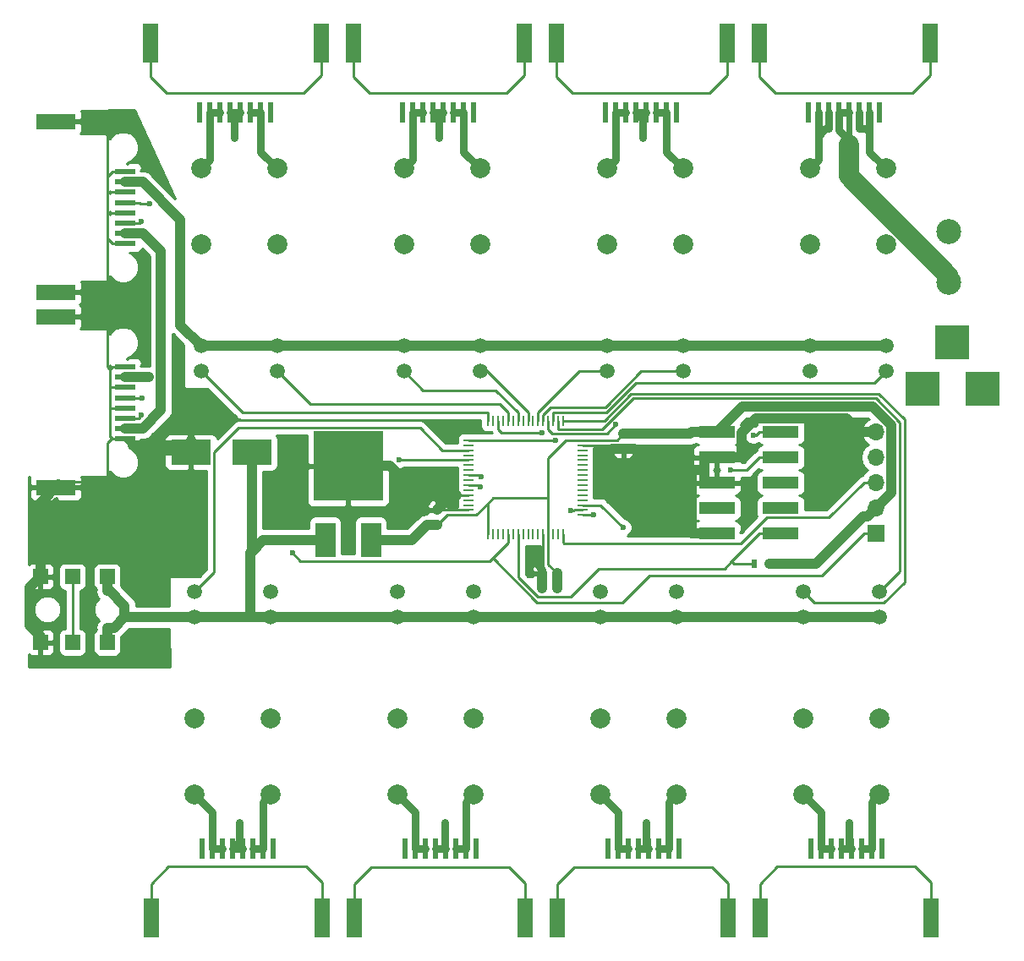
<source format=gtl>
%TF.GenerationSoftware,KiCad,Pcbnew,(5.0.1)-3*%
%TF.CreationDate,2018-12-23T11:35:52+11:00*%
%TF.ProjectId,1Wire-AC_Zoning,31576972652D41435F5A6F6E696E672E,1.2*%
%TF.SameCoordinates,Original*%
%TF.FileFunction,Copper,L1,Top,Signal*%
%TF.FilePolarity,Positive*%
%FSLAX46Y46*%
G04 Gerber Fmt 4.6, Leading zero omitted, Abs format (unit mm)*
G04 Created by KiCad (PCBNEW (5.0.1)-3) date 23/12/2018 11:35:52 AM*
%MOMM*%
%LPD*%
G01*
G04 APERTURE LIST*
%TA.AperFunction,SMDPad,CuDef*%
%ADD10R,1.500000X1.500000*%
%TD*%
%TA.AperFunction,SMDPad,CuDef*%
%ADD11R,1.500000X4.000000*%
%TD*%
%TA.AperFunction,ComponentPad*%
%ADD12C,0.900000*%
%TD*%
%TA.AperFunction,SMDPad,CuDef*%
%ADD13R,0.600000X2.100000*%
%TD*%
%TA.AperFunction,SMDPad,CuDef*%
%ADD14R,0.250000X1.000000*%
%TD*%
%TA.AperFunction,SMDPad,CuDef*%
%ADD15R,1.000000X0.250000*%
%TD*%
%TA.AperFunction,SMDPad,CuDef*%
%ADD16R,3.600000X1.270000*%
%TD*%
%TA.AperFunction,SMDPad,CuDef*%
%ADD17R,4.000000X1.500000*%
%TD*%
%TA.AperFunction,SMDPad,CuDef*%
%ADD18R,2.100000X0.600000*%
%TD*%
%TA.AperFunction,ComponentPad*%
%ADD19R,3.500120X3.500120*%
%TD*%
%TA.AperFunction,SMDPad,CuDef*%
%ADD20R,4.000000X2.500000*%
%TD*%
%TA.AperFunction,SMDPad,CuDef*%
%ADD21R,0.800000X0.750000*%
%TD*%
%TA.AperFunction,SMDPad,CuDef*%
%ADD22R,0.750000X0.800000*%
%TD*%
%TA.AperFunction,ComponentPad*%
%ADD23R,1.700000X1.700000*%
%TD*%
%TA.AperFunction,ComponentPad*%
%ADD24O,1.700000X1.700000*%
%TD*%
%TA.AperFunction,SMDPad,CuDef*%
%ADD25R,0.500000X0.900000*%
%TD*%
%TA.AperFunction,SMDPad,CuDef*%
%ADD26R,2.000000X3.500000*%
%TD*%
%TA.AperFunction,SMDPad,CuDef*%
%ADD27R,7.000000X7.000000*%
%TD*%
%TA.AperFunction,ComponentPad*%
%ADD28C,2.500000*%
%TD*%
%TA.AperFunction,ComponentPad*%
%ADD29C,1.500000*%
%TD*%
%TA.AperFunction,ComponentPad*%
%ADD30C,2.000000*%
%TD*%
%TA.AperFunction,ViaPad*%
%ADD31C,0.600000*%
%TD*%
%TA.AperFunction,Conductor*%
%ADD32C,1.000000*%
%TD*%
%TA.AperFunction,Conductor*%
%ADD33C,0.250000*%
%TD*%
%TA.AperFunction,Conductor*%
%ADD34C,0.249800*%
%TD*%
%TA.AperFunction,Conductor*%
%ADD35C,0.599800*%
%TD*%
%TA.AperFunction,Conductor*%
%ADD36C,0.749800*%
%TD*%
%TA.AperFunction,Conductor*%
%ADD37C,0.800000*%
%TD*%
%TA.AperFunction,Conductor*%
%ADD38C,2.000000*%
%TD*%
%TA.AperFunction,Conductor*%
%ADD39C,0.254000*%
%TD*%
G04 APERTURE END LIST*
D10*
%TO.P,J3,3*%
%TO.N,GND*%
X111442000Y-108968000D03*
%TO.P,J3,1*%
%TO.N,+5V*%
X118142000Y-108968000D03*
%TO.P,J3,2*%
%TO.N,/MAINS_ENABLE*%
X114642000Y-108968000D03*
%TO.P,J3,3*%
%TO.N,GND*%
X111442000Y-115568000D03*
%TO.P,J3,2*%
%TO.N,/MAINS_ENABLE*%
X114642000Y-115568000D03*
%TO.P,J3,1*%
%TO.N,+5V*%
X118142000Y-115568000D03*
%TD*%
D11*
%TO.P,ZONE7,9*%
%TO.N,Net-(ZONE7-Pad9)*%
X183517000Y-143187000D03*
D12*
X183517000Y-143187000D03*
D13*
%TO.P,ZONE7,8*%
%TO.N,Net-(ZONE7-Pad8)*%
X195717000Y-136207000D03*
%TO.P,ZONE7,7*%
%TO.N,Net-(U18-Pad1)*%
X194697000Y-136207000D03*
%TO.P,ZONE7,6*%
X193677000Y-136207000D03*
%TO.P,ZONE7,5*%
%TO.N,/24VAC_N*%
X192657000Y-136207000D03*
%TO.P,ZONE7,4*%
X191637000Y-136207000D03*
%TO.P,ZONE7,3*%
%TO.N,Net-(U14-Pad1)*%
X190617000Y-136207000D03*
%TO.P,ZONE7,2*%
X189597000Y-136207000D03*
%TO.P,ZONE7,1*%
%TO.N,Net-(ZONE7-Pad1)*%
X188577000Y-136207000D03*
D12*
%TO.P,ZONE7,9*%
%TO.N,Net-(ZONE7-Pad9)*%
X200617000Y-143187000D03*
D11*
X200617000Y-143187000D03*
%TD*%
%TO.P,ZONE6,9*%
%TO.N,Net-(ZONE6-Pad9)*%
X163197000Y-143187000D03*
D12*
X163197000Y-143187000D03*
D13*
%TO.P,ZONE6,8*%
%TO.N,Net-(ZONE6-Pad8)*%
X175397000Y-136207000D03*
%TO.P,ZONE6,7*%
%TO.N,Net-(U10-Pad1)*%
X174377000Y-136207000D03*
%TO.P,ZONE6,6*%
X173357000Y-136207000D03*
%TO.P,ZONE6,5*%
%TO.N,/24VAC_N*%
X172337000Y-136207000D03*
%TO.P,ZONE6,4*%
X171317000Y-136207000D03*
%TO.P,ZONE6,3*%
%TO.N,Net-(U6-Pad1)*%
X170297000Y-136207000D03*
%TO.P,ZONE6,2*%
X169277000Y-136207000D03*
%TO.P,ZONE6,1*%
%TO.N,Net-(ZONE6-Pad1)*%
X168257000Y-136207000D03*
D12*
%TO.P,ZONE6,9*%
%TO.N,Net-(ZONE6-Pad9)*%
X180297000Y-143187000D03*
D11*
X180297000Y-143187000D03*
%TD*%
D14*
%TO.P,U2,1*%
%TO.N,+3V3*%
X156270000Y-104760000D03*
%TO.P,U2,2*%
%TO.N,Net-(U2-Pad2)*%
X156770000Y-104760000D03*
%TO.P,U2,3*%
%TO.N,Net-(U2-Pad3)*%
X157270000Y-104760000D03*
%TO.P,U2,4*%
%TO.N,Net-(U2-Pad4)*%
X157770000Y-104760000D03*
%TO.P,U2,5*%
%TO.N,/1W-DATA*%
X158270000Y-104760000D03*
%TO.P,U2,6*%
%TO.N,Net-(U2-Pad6)*%
X158770000Y-104760000D03*
%TO.P,U2,7*%
%TO.N,Net-(P1-Pad10)*%
X159270000Y-104760000D03*
%TO.P,U2,8*%
%TO.N,Net-(U2-Pad8)*%
X159770000Y-104760000D03*
%TO.P,U2,9*%
%TO.N,Net-(U2-Pad9)*%
X160270000Y-104760000D03*
%TO.P,U2,10*%
%TO.N,Net-(U2-Pad10)*%
X160770000Y-104760000D03*
%TO.P,U2,11*%
%TO.N,Net-(U2-Pad11)*%
X161270000Y-104760000D03*
%TO.P,U2,12*%
%TO.N,GND*%
X161770000Y-104760000D03*
%TO.P,U2,13*%
%TO.N,+3V3*%
X162270000Y-104760000D03*
%TO.P,U2,14*%
%TO.N,Net-(U2-Pad14)*%
X162770000Y-104760000D03*
%TO.P,U2,15*%
%TO.N,Net-(U2-Pad15)*%
X163270000Y-104760000D03*
%TO.P,U2,16*%
%TO.N,/UART_TX*%
X163770000Y-104760000D03*
D15*
%TO.P,U2,17*%
%TO.N,/UART_RX*%
X165720000Y-102810000D03*
%TO.P,U2,18*%
%TO.N,/ZONE6_OPEN*%
X165720000Y-102310000D03*
%TO.P,U2,19*%
%TO.N,/ZONE6_CLOSE*%
X165720000Y-101810000D03*
%TO.P,U2,20*%
%TO.N,Net-(U2-Pad20)*%
X165720000Y-101310000D03*
%TO.P,U2,21*%
%TO.N,Net-(U2-Pad21)*%
X165720000Y-100810000D03*
%TO.P,U2,22*%
%TO.N,Net-(U2-Pad22)*%
X165720000Y-100310000D03*
%TO.P,U2,23*%
%TO.N,Net-(U2-Pad23)*%
X165720000Y-99810000D03*
%TO.P,U2,24*%
%TO.N,Net-(U2-Pad24)*%
X165720000Y-99310000D03*
%TO.P,U2,25*%
%TO.N,Net-(U2-Pad25)*%
X165720000Y-98810000D03*
%TO.P,U2,26*%
%TO.N,Net-(U2-Pad26)*%
X165720000Y-98310000D03*
%TO.P,U2,27*%
%TO.N,Net-(U2-Pad27)*%
X165720000Y-97810000D03*
%TO.P,U2,28*%
%TO.N,Net-(U2-Pad28)*%
X165720000Y-97310000D03*
%TO.P,U2,29*%
%TO.N,Net-(U2-Pad29)*%
X165720000Y-96810000D03*
%TO.P,U2,30*%
%TO.N,Net-(U2-Pad30)*%
X165720000Y-96310000D03*
%TO.P,U2,31*%
%TO.N,GND*%
X165720000Y-95810000D03*
%TO.P,U2,32*%
%TO.N,+3V3*%
X165720000Y-95310000D03*
D14*
%TO.P,U2,33*%
%TO.N,/ZONE7_OPEN*%
X163770000Y-93360000D03*
%TO.P,U2,34*%
%TO.N,/ZONE7_CLOSE*%
X163270000Y-93360000D03*
%TO.P,U2,35*%
%TO.N,/ZONE0_OPEN*%
X162770000Y-93360000D03*
%TO.P,U2,36*%
%TO.N,/ZONE0_CLOSE*%
X162270000Y-93360000D03*
%TO.P,U2,37*%
%TO.N,/ZONE1_OPEN*%
X161770000Y-93360000D03*
%TO.P,U2,38*%
%TO.N,/ZONE1_CLOSE*%
X161270000Y-93360000D03*
%TO.P,U2,39*%
%TO.N,Net-(U2-Pad39)*%
X160770000Y-93360000D03*
%TO.P,U2,40*%
%TO.N,/ZONE2_OPEN*%
X160270000Y-93360000D03*
%TO.P,U2,41*%
%TO.N,Net-(U2-Pad41)*%
X159770000Y-93360000D03*
%TO.P,U2,42*%
%TO.N,/ZONE2_CLOSE*%
X159270000Y-93360000D03*
%TO.P,U2,43*%
%TO.N,Net-(U2-Pad43)*%
X158770000Y-93360000D03*
%TO.P,U2,44*%
%TO.N,/ZONE3_OPEN*%
X158270000Y-93360000D03*
%TO.P,U2,45*%
%TO.N,Net-(U2-Pad45)*%
X157770000Y-93360000D03*
%TO.P,U2,46*%
%TO.N,/SWDAT*%
X157270000Y-93360000D03*
%TO.P,U2,47*%
%TO.N,Net-(U2-Pad47)*%
X156770000Y-93360000D03*
%TO.P,U2,48*%
%TO.N,/ZONE3_CLOSE*%
X156270000Y-93360000D03*
D15*
%TO.P,U2,49*%
%TO.N,/SWCLK*%
X154320000Y-95310000D03*
%TO.P,U2,50*%
%TO.N,Net-(U2-Pad50)*%
X154320000Y-95810000D03*
%TO.P,U2,51*%
%TO.N,/ZONE4_OPEN*%
X154320000Y-96310000D03*
%TO.P,U2,52*%
%TO.N,Net-(U2-Pad52)*%
X154320000Y-96810000D03*
%TO.P,U2,53*%
%TO.N,/ZONE4_CLOSE*%
X154320000Y-97310000D03*
%TO.P,U2,54*%
%TO.N,N/C*%
X154320000Y-97810000D03*
%TO.P,U2,55*%
%TO.N,Net-(U2-Pad55)*%
X154320000Y-98310000D03*
%TO.P,U2,56*%
%TO.N,/ZONE5_OPEN*%
X154320000Y-98810000D03*
%TO.P,U2,57*%
%TO.N,Net-(U2-Pad57)*%
X154320000Y-99310000D03*
%TO.P,U2,58*%
%TO.N,/ZONE5_CLOSE*%
X154320000Y-99810000D03*
%TO.P,U2,59*%
%TO.N,Net-(U2-Pad59)*%
X154320000Y-100310000D03*
%TO.P,U2,60*%
%TO.N,GND*%
X154320000Y-100810000D03*
%TO.P,U2,61*%
%TO.N,Net-(U2-Pad61)*%
X154320000Y-101310000D03*
%TO.P,U2,62*%
%TO.N,Net-(U2-Pad62)*%
X154320000Y-101810000D03*
%TO.P,U2,63*%
%TO.N,GND*%
X154320000Y-102310000D03*
%TO.P,U2,64*%
%TO.N,+3V3*%
X154320000Y-102810000D03*
%TD*%
D16*
%TO.P,P1,1*%
%TO.N,+3V3*%
X179172000Y-94488000D03*
%TO.P,P1,3*%
%TO.N,GND*%
X179172000Y-97028000D03*
%TO.P,P1,5*%
X179172000Y-99568000D03*
%TO.P,P1,7*%
%TO.N,Net-(P1-Pad7)*%
X179172000Y-102108000D03*
%TO.P,P1,8*%
%TO.N,Net-(P1-Pad8)*%
X185572000Y-102108000D03*
%TO.P,P1,6*%
%TO.N,Net-(P1-Pad6)*%
X185572000Y-99568000D03*
%TO.P,P1,4*%
%TO.N,/SWCLK*%
X185572000Y-97028000D03*
%TO.P,P1,2*%
%TO.N,/SWDAT*%
X185572000Y-94488000D03*
%TO.P,P1,9*%
%TO.N,GND*%
X179172000Y-104648000D03*
%TO.P,P1,10*%
%TO.N,Net-(P1-Pad10)*%
X185572000Y-104648000D03*
%TD*%
D17*
%TO.P,J2,9*%
%TO.N,GND*%
X112972000Y-63375000D03*
D12*
X112972000Y-63375000D03*
D18*
%TO.P,J2,8*%
X119952000Y-75575000D03*
%TO.P,J2,7*%
%TO.N,Net-(J1-Pad7)*%
X119952000Y-74555000D03*
%TO.P,J2,6*%
%TO.N,Net-(J1-Pad6)*%
X119952000Y-73535000D03*
%TO.P,J2,5*%
%TO.N,GND*%
X119952000Y-72515000D03*
%TO.P,J2,4*%
%TO.N,/1W-DATA*%
X119952000Y-71495000D03*
%TO.P,J2,3*%
%TO.N,GND*%
X119952000Y-70475000D03*
%TO.P,J2,2*%
%TO.N,+5V*%
X119952000Y-69455000D03*
%TO.P,J2,1*%
%TO.N,GND*%
X119952000Y-68435000D03*
D12*
%TO.P,J2,9*%
X112972000Y-80475000D03*
D17*
X112972000Y-80475000D03*
%TD*%
D19*
%TO.P,CON1,1*%
%TO.N,/24VAC_LIVE*%
X199768860Y-90170000D03*
%TO.P,CON1,2*%
%TO.N,Net-(CON1-Pad2)*%
X205768340Y-90170000D03*
%TO.P,CON1,3*%
%TO.N,/24VAC_N*%
X202768600Y-85471000D03*
%TD*%
D20*
%TO.P,C1,1*%
%TO.N,+5V*%
X132590000Y-96520000D03*
%TO.P,C1,2*%
%TO.N,GND*%
X126490000Y-96520000D03*
%TD*%
D21*
%TO.P,C2,1*%
%TO.N,+3V3*%
X163183000Y-110172000D03*
%TO.P,C2,2*%
%TO.N,GND*%
X161683000Y-110172000D03*
%TD*%
%TO.P,C3,1*%
%TO.N,+3V3*%
X163183000Y-108648000D03*
%TO.P,C3,2*%
%TO.N,GND*%
X161683000Y-108648000D03*
%TD*%
D22*
%TO.P,C4,1*%
%TO.N,+3V3*%
X169799000Y-94690000D03*
%TO.P,C4,2*%
%TO.N,GND*%
X169799000Y-96190000D03*
%TD*%
%TO.P,C5,1*%
%TO.N,+3V3*%
X151194000Y-103810000D03*
%TO.P,C5,2*%
%TO.N,GND*%
X151194000Y-102310000D03*
%TD*%
D17*
%TO.P,J1,9*%
%TO.N,GND*%
X112972000Y-82933000D03*
D12*
X112972000Y-82933000D03*
D18*
%TO.P,J1,8*%
X119952000Y-95133000D03*
%TO.P,J1,7*%
%TO.N,Net-(J1-Pad7)*%
X119952000Y-94113000D03*
%TO.P,J1,6*%
%TO.N,Net-(J1-Pad6)*%
X119952000Y-93093000D03*
%TO.P,J1,5*%
%TO.N,GND*%
X119952000Y-92073000D03*
%TO.P,J1,4*%
%TO.N,/1W-DATA*%
X119952000Y-91053000D03*
%TO.P,J1,3*%
%TO.N,GND*%
X119952000Y-90033000D03*
%TO.P,J1,2*%
%TO.N,+5V*%
X119952000Y-89013000D03*
%TO.P,J1,1*%
%TO.N,GND*%
X119952000Y-87993000D03*
D12*
%TO.P,J1,9*%
X112972000Y-100033000D03*
D17*
X112972000Y-100033000D03*
%TD*%
D23*
%TO.P,P6,1*%
%TO.N,/1W-DATA*%
X195072000Y-104648000D03*
D24*
%TO.P,P6,2*%
%TO.N,+3V3*%
X195072000Y-102108000D03*
%TO.P,P6,3*%
%TO.N,/UART_TX*%
X195072000Y-99568000D03*
%TO.P,P6,4*%
%TO.N,/UART_RX*%
X195072000Y-97028000D03*
%TO.P,P6,5*%
%TO.N,GND*%
X195072000Y-94488000D03*
%TD*%
D25*
%TO.P,R1,1*%
%TO.N,+3V3*%
X184404000Y-107696000D03*
%TO.P,R1,2*%
%TO.N,Net-(P1-Pad10)*%
X182904000Y-107696000D03*
%TD*%
D26*
%TO.P,U1,1*%
%TO.N,+5V*%
X139950000Y-105300000D03*
%TO.P,U1,3*%
%TO.N,+3V3*%
X144530000Y-105300000D03*
D27*
%TO.P,U1,2*%
%TO.N,GND*%
X142250000Y-97900000D03*
%TD*%
D28*
%TO.P,P2,1*%
%TO.N,/24VAC_LIVE*%
X202427000Y-74422000D03*
%TO.P,P2,2*%
%TO.N,/24VAC_N*%
X202427000Y-79502000D03*
%TD*%
D29*
%TO.P,U3,4*%
%TO.N,/ZONE0_OPEN*%
X196091000Y-88392000D03*
%TO.P,U3,3*%
%TO.N,+5V*%
X196091000Y-85852000D03*
D30*
%TO.P,U3,2*%
%TO.N,/24VAC_LIVE*%
X196091000Y-75692000D03*
%TO.P,U3,1*%
%TO.N,Net-(U3-Pad1)*%
X196091000Y-68072000D03*
%TD*%
D29*
%TO.P,U4,4*%
%TO.N,/ZONE2_OPEN*%
X155451000Y-88392000D03*
%TO.P,U4,3*%
%TO.N,+5V*%
X155451000Y-85852000D03*
D30*
%TO.P,U4,2*%
%TO.N,/24VAC_LIVE*%
X155451000Y-75692000D03*
%TO.P,U4,1*%
%TO.N,Net-(U4-Pad1)*%
X155451000Y-68072000D03*
%TD*%
D29*
%TO.P,U5,4*%
%TO.N,/ZONE4_OPEN*%
X126870000Y-110490000D03*
%TO.P,U5,3*%
%TO.N,+5V*%
X126870000Y-113030000D03*
D30*
%TO.P,U5,2*%
%TO.N,/24VAC_LIVE*%
X126870000Y-123190000D03*
%TO.P,U5,1*%
%TO.N,Net-(U5-Pad1)*%
X126870000Y-130810000D03*
%TD*%
D29*
%TO.P,U6,4*%
%TO.N,/ZONE6_OPEN*%
X167510000Y-110490000D03*
%TO.P,U6,3*%
%TO.N,+5V*%
X167510000Y-113030000D03*
D30*
%TO.P,U6,2*%
%TO.N,/24VAC_LIVE*%
X167510000Y-123190000D03*
%TO.P,U6,1*%
%TO.N,Net-(U6-Pad1)*%
X167510000Y-130810000D03*
%TD*%
D29*
%TO.P,U7,4*%
%TO.N,/ZONE0_CLOSE*%
X188471000Y-88392000D03*
%TO.P,U7,3*%
%TO.N,+5V*%
X188471000Y-85852000D03*
D30*
%TO.P,U7,2*%
%TO.N,/24VAC_LIVE*%
X188471000Y-75692000D03*
%TO.P,U7,1*%
%TO.N,Net-(U7-Pad1)*%
X188471000Y-68072000D03*
%TD*%
D29*
%TO.P,U8,4*%
%TO.N,/ZONE2_CLOSE*%
X147831000Y-88392000D03*
%TO.P,U8,3*%
%TO.N,+5V*%
X147831000Y-85852000D03*
D30*
%TO.P,U8,2*%
%TO.N,/24VAC_LIVE*%
X147831000Y-75692000D03*
%TO.P,U8,1*%
%TO.N,Net-(U8-Pad1)*%
X147831000Y-68072000D03*
%TD*%
D29*
%TO.P,U9,4*%
%TO.N,/ZONE4_CLOSE*%
X134490000Y-110490000D03*
%TO.P,U9,3*%
%TO.N,+5V*%
X134490000Y-113030000D03*
D30*
%TO.P,U9,2*%
%TO.N,/24VAC_LIVE*%
X134490000Y-123190000D03*
%TO.P,U9,1*%
%TO.N,Net-(U9-Pad1)*%
X134490000Y-130810000D03*
%TD*%
D29*
%TO.P,U10,4*%
%TO.N,/ZONE6_CLOSE*%
X175130000Y-110490000D03*
%TO.P,U10,3*%
%TO.N,+5V*%
X175130000Y-113030000D03*
D30*
%TO.P,U10,2*%
%TO.N,/24VAC_LIVE*%
X175130000Y-123190000D03*
%TO.P,U10,1*%
%TO.N,Net-(U10-Pad1)*%
X175130000Y-130810000D03*
%TD*%
D29*
%TO.P,U11,4*%
%TO.N,/ZONE1_OPEN*%
X175771000Y-88392000D03*
%TO.P,U11,3*%
%TO.N,+5V*%
X175771000Y-85852000D03*
D30*
%TO.P,U11,2*%
%TO.N,/24VAC_LIVE*%
X175771000Y-75692000D03*
%TO.P,U11,1*%
%TO.N,Net-(U11-Pad1)*%
X175771000Y-68072000D03*
%TD*%
D29*
%TO.P,U12,4*%
%TO.N,/ZONE3_OPEN*%
X135131000Y-88392000D03*
%TO.P,U12,3*%
%TO.N,+5V*%
X135131000Y-85852000D03*
D30*
%TO.P,U12,2*%
%TO.N,/24VAC_LIVE*%
X135131000Y-75692000D03*
%TO.P,U12,1*%
%TO.N,Net-(U12-Pad1)*%
X135131000Y-68072000D03*
%TD*%
D29*
%TO.P,U13,4*%
%TO.N,/ZONE5_OPEN*%
X147190000Y-110490000D03*
%TO.P,U13,3*%
%TO.N,+5V*%
X147190000Y-113030000D03*
D30*
%TO.P,U13,2*%
%TO.N,/24VAC_LIVE*%
X147190000Y-123190000D03*
%TO.P,U13,1*%
%TO.N,Net-(U13-Pad1)*%
X147190000Y-130810000D03*
%TD*%
D29*
%TO.P,U14,4*%
%TO.N,/ZONE7_OPEN*%
X187830000Y-110490000D03*
%TO.P,U14,3*%
%TO.N,+5V*%
X187830000Y-113030000D03*
D30*
%TO.P,U14,2*%
%TO.N,/24VAC_LIVE*%
X187830000Y-123190000D03*
%TO.P,U14,1*%
%TO.N,Net-(U14-Pad1)*%
X187830000Y-130810000D03*
%TD*%
D29*
%TO.P,U15,4*%
%TO.N,/ZONE1_CLOSE*%
X168151000Y-88392000D03*
%TO.P,U15,3*%
%TO.N,+5V*%
X168151000Y-85852000D03*
D30*
%TO.P,U15,2*%
%TO.N,/24VAC_LIVE*%
X168151000Y-75692000D03*
%TO.P,U15,1*%
%TO.N,Net-(U15-Pad1)*%
X168151000Y-68072000D03*
%TD*%
D29*
%TO.P,U16,4*%
%TO.N,/ZONE3_CLOSE*%
X127511000Y-88392000D03*
%TO.P,U16,3*%
%TO.N,+5V*%
X127511000Y-85852000D03*
D30*
%TO.P,U16,2*%
%TO.N,/24VAC_LIVE*%
X127511000Y-75692000D03*
%TO.P,U16,1*%
%TO.N,Net-(U16-Pad1)*%
X127511000Y-68072000D03*
%TD*%
D29*
%TO.P,U17,4*%
%TO.N,/ZONE5_CLOSE*%
X154810000Y-110490000D03*
%TO.P,U17,3*%
%TO.N,+5V*%
X154810000Y-113030000D03*
D30*
%TO.P,U17,2*%
%TO.N,/24VAC_LIVE*%
X154810000Y-123190000D03*
%TO.P,U17,1*%
%TO.N,Net-(U17-Pad1)*%
X154810000Y-130810000D03*
%TD*%
D29*
%TO.P,U18,4*%
%TO.N,/ZONE7_CLOSE*%
X195450000Y-110490000D03*
%TO.P,U18,3*%
%TO.N,+5V*%
X195450000Y-113030000D03*
D30*
%TO.P,U18,2*%
%TO.N,/24VAC_LIVE*%
X195450000Y-123190000D03*
%TO.P,U18,1*%
%TO.N,Net-(U18-Pad1)*%
X195450000Y-130810000D03*
%TD*%
D11*
%TO.P,ZONE0,9*%
%TO.N,Net-(ZONE0-Pad9)*%
X200531000Y-55492000D03*
D12*
X200531000Y-55492000D03*
D13*
%TO.P,ZONE0,8*%
%TO.N,Net-(ZONE0-Pad8)*%
X188331000Y-62472000D03*
%TO.P,ZONE0,7*%
%TO.N,Net-(U7-Pad1)*%
X189351000Y-62472000D03*
%TO.P,ZONE0,6*%
X190371000Y-62472000D03*
%TO.P,ZONE0,5*%
%TO.N,/24VAC_N*%
X191391000Y-62472000D03*
%TO.P,ZONE0,4*%
X192411000Y-62472000D03*
%TO.P,ZONE0,3*%
%TO.N,Net-(U3-Pad1)*%
X193431000Y-62472000D03*
%TO.P,ZONE0,2*%
X194451000Y-62472000D03*
%TO.P,ZONE0,1*%
%TO.N,Net-(ZONE0-Pad1)*%
X195471000Y-62472000D03*
D12*
%TO.P,ZONE0,9*%
%TO.N,Net-(ZONE0-Pad9)*%
X183431000Y-55492000D03*
D11*
X183431000Y-55492000D03*
%TD*%
%TO.P,ZONE1,9*%
%TO.N,Net-(ZONE1-Pad9)*%
X180211000Y-55492000D03*
D12*
X180211000Y-55492000D03*
D13*
%TO.P,ZONE1,8*%
%TO.N,Net-(ZONE1-Pad8)*%
X168011000Y-62472000D03*
%TO.P,ZONE1,7*%
%TO.N,Net-(U15-Pad1)*%
X169031000Y-62472000D03*
%TO.P,ZONE1,6*%
X170051000Y-62472000D03*
%TO.P,ZONE1,5*%
%TO.N,/24VAC_N*%
X171071000Y-62472000D03*
%TO.P,ZONE1,4*%
X172091000Y-62472000D03*
%TO.P,ZONE1,3*%
%TO.N,Net-(U11-Pad1)*%
X173111000Y-62472000D03*
%TO.P,ZONE1,2*%
X174131000Y-62472000D03*
%TO.P,ZONE1,1*%
%TO.N,Net-(ZONE1-Pad1)*%
X175151000Y-62472000D03*
D12*
%TO.P,ZONE1,9*%
%TO.N,Net-(ZONE1-Pad9)*%
X163111000Y-55492000D03*
D11*
X163111000Y-55492000D03*
%TD*%
%TO.P,ZONE2,9*%
%TO.N,Net-(ZONE2-Pad9)*%
X159891000Y-55492000D03*
D12*
X159891000Y-55492000D03*
D13*
%TO.P,ZONE2,8*%
%TO.N,Net-(ZONE2-Pad8)*%
X147691000Y-62472000D03*
%TO.P,ZONE2,7*%
%TO.N,Net-(U8-Pad1)*%
X148711000Y-62472000D03*
%TO.P,ZONE2,6*%
X149731000Y-62472000D03*
%TO.P,ZONE2,5*%
%TO.N,/24VAC_N*%
X150751000Y-62472000D03*
%TO.P,ZONE2,4*%
X151771000Y-62472000D03*
%TO.P,ZONE2,3*%
%TO.N,Net-(U4-Pad1)*%
X152791000Y-62472000D03*
%TO.P,ZONE2,2*%
X153811000Y-62472000D03*
%TO.P,ZONE2,1*%
%TO.N,Net-(ZONE2-Pad1)*%
X154831000Y-62472000D03*
D12*
%TO.P,ZONE2,9*%
%TO.N,Net-(ZONE2-Pad9)*%
X142791000Y-55492000D03*
D11*
X142791000Y-55492000D03*
%TD*%
%TO.P,ZONE3,9*%
%TO.N,Net-(ZONE3-Pad9)*%
X139571000Y-55492000D03*
D12*
X139571000Y-55492000D03*
D13*
%TO.P,ZONE3,8*%
%TO.N,Net-(ZONE3-Pad8)*%
X127371000Y-62472000D03*
%TO.P,ZONE3,7*%
%TO.N,Net-(U16-Pad1)*%
X128391000Y-62472000D03*
%TO.P,ZONE3,6*%
X129411000Y-62472000D03*
%TO.P,ZONE3,5*%
%TO.N,/24VAC_N*%
X130431000Y-62472000D03*
%TO.P,ZONE3,4*%
X131451000Y-62472000D03*
%TO.P,ZONE3,3*%
%TO.N,Net-(U12-Pad1)*%
X132471000Y-62472000D03*
%TO.P,ZONE3,2*%
X133491000Y-62472000D03*
%TO.P,ZONE3,1*%
%TO.N,Net-(ZONE3-Pad1)*%
X134511000Y-62472000D03*
D12*
%TO.P,ZONE3,9*%
%TO.N,Net-(ZONE3-Pad9)*%
X122471000Y-55492000D03*
D11*
X122471000Y-55492000D03*
%TD*%
%TO.P,ZONE4,9*%
%TO.N,Net-(ZONE4-Pad9)*%
X122557000Y-143187000D03*
D12*
X122557000Y-143187000D03*
D13*
%TO.P,ZONE4,8*%
%TO.N,Net-(ZONE4-Pad8)*%
X134757000Y-136207000D03*
%TO.P,ZONE4,7*%
%TO.N,Net-(U9-Pad1)*%
X133737000Y-136207000D03*
%TO.P,ZONE4,6*%
X132717000Y-136207000D03*
%TO.P,ZONE4,5*%
%TO.N,/24VAC_N*%
X131697000Y-136207000D03*
%TO.P,ZONE4,4*%
X130677000Y-136207000D03*
%TO.P,ZONE4,3*%
%TO.N,Net-(U5-Pad1)*%
X129657000Y-136207000D03*
%TO.P,ZONE4,2*%
X128637000Y-136207000D03*
%TO.P,ZONE4,1*%
%TO.N,Net-(ZONE4-Pad1)*%
X127617000Y-136207000D03*
D12*
%TO.P,ZONE4,9*%
%TO.N,Net-(ZONE4-Pad9)*%
X139657000Y-143187000D03*
D11*
X139657000Y-143187000D03*
%TD*%
%TO.P,ZONE5,9*%
%TO.N,Net-(ZONE5-Pad9)*%
X142877000Y-143187000D03*
D12*
X142877000Y-143187000D03*
D13*
%TO.P,ZONE5,8*%
%TO.N,Net-(ZONE5-Pad8)*%
X155077000Y-136207000D03*
%TO.P,ZONE5,7*%
%TO.N,Net-(U17-Pad1)*%
X154057000Y-136207000D03*
%TO.P,ZONE5,6*%
X153037000Y-136207000D03*
%TO.P,ZONE5,5*%
%TO.N,/24VAC_N*%
X152017000Y-136207000D03*
%TO.P,ZONE5,4*%
X150997000Y-136207000D03*
%TO.P,ZONE5,3*%
%TO.N,Net-(U13-Pad1)*%
X149977000Y-136207000D03*
%TO.P,ZONE5,2*%
X148957000Y-136207000D03*
%TO.P,ZONE5,1*%
%TO.N,Net-(ZONE5-Pad1)*%
X147937000Y-136207000D03*
D12*
%TO.P,ZONE5,9*%
%TO.N,Net-(ZONE5-Pad9)*%
X159977000Y-143187000D03*
D11*
X159977000Y-143187000D03*
%TD*%
D31*
%TO.N,+5V*%
X122264000Y-89013000D03*
%TO.N,GND*%
X174879000Y-103987600D03*
X151986000Y-100468700D03*
X167269000Y-96685000D03*
X160816400Y-106725500D03*
%TO.N,Net-(J1-Pad6)*%
X121517000Y-92757100D03*
X121566000Y-73369000D03*
%TO.N,/1W-DATA*%
X121583000Y-91053000D03*
X122361000Y-71653000D03*
X136668700Y-106603700D03*
%TO.N,/SWCLK*%
X180531800Y-98298000D03*
X163049300Y-95357200D03*
%TO.N,/SWDAT*%
X182810800Y-94815700D03*
X161681600Y-94546000D03*
%TO.N,/UART_RX*%
X166794300Y-102747500D03*
%TO.N,/24VAC_N*%
X192405000Y-133604000D03*
X130810000Y-65024000D03*
X151333000Y-65024000D03*
X171729000Y-64973200D03*
X192176000Y-65024000D03*
X131318000Y-133604000D03*
X151943000Y-133604000D03*
X172085000Y-133604000D03*
%TO.N,/ZONE6_OPEN*%
X164520900Y-102354000D03*
%TO.N,/ZONE0_CLOSE*%
X169033500Y-93749100D03*
%TO.N,/ZONE4_CLOSE*%
X147317900Y-97273800D03*
%TO.N,/ZONE6_CLOSE*%
X169789700Y-104052200D03*
%TO.N,/ZONE5_OPEN*%
X155600800Y-98940400D03*
%TO.N,/ZONE5_CLOSE*%
X155452800Y-99979200D03*
%TD*%
D32*
%TO.N,+5V*%
X132461000Y-113030000D02*
X132232400Y-113030000D01*
X132461000Y-106603800D02*
X132461000Y-113030000D01*
X188471000Y-85852000D02*
X196091000Y-85852000D01*
X155451000Y-85852000D02*
X168151000Y-85852000D01*
X126870000Y-113030000D02*
X119877000Y-113030000D01*
X118142000Y-110418000D02*
X118142000Y-108968000D01*
X118414000Y-110418000D02*
X118142000Y-110418000D01*
X119877000Y-111882000D02*
X118414000Y-110418000D01*
X119877000Y-113030000D02*
X119877000Y-111882000D01*
X118789000Y-114118000D02*
X119877000Y-113030000D01*
X118142000Y-114118000D02*
X118789000Y-114118000D01*
X118142000Y-115568000D02*
X118142000Y-114118000D01*
X175130000Y-113030000D02*
X167510000Y-113030000D01*
X154810000Y-113030000D02*
X167510000Y-113030000D01*
X119952000Y-89013000D02*
X122264000Y-89013000D01*
X127511000Y-85852000D02*
X135131000Y-85852000D01*
X121702000Y-69455000D02*
X119952000Y-69455000D01*
X125450000Y-73202500D02*
X121702000Y-69455000D01*
X125450000Y-83790800D02*
X125450000Y-73202500D01*
X127511000Y-85852000D02*
X125450000Y-83790800D01*
X195450000Y-113030000D02*
X187830000Y-113030000D01*
X187830000Y-113030000D02*
X175130000Y-113030000D01*
X168151000Y-85852000D02*
X175771000Y-85852000D01*
X175771000Y-85852000D02*
X188471000Y-85852000D01*
X134490000Y-113030000D02*
X133040000Y-113030000D01*
X133040000Y-113030000D02*
X132232400Y-113030000D01*
X132232400Y-113030000D02*
X126870000Y-113030000D01*
X155451000Y-85852000D02*
X147831000Y-85852000D01*
X147831000Y-85852000D02*
X135131000Y-85852000D01*
X154810000Y-113030000D02*
X147190000Y-113030000D01*
X147190000Y-113030000D02*
X134490000Y-113030000D01*
X132590000Y-106474800D02*
X132590000Y-96520000D01*
X132461000Y-106603800D02*
X132590000Y-106474800D01*
X133764800Y-105300000D02*
X139950000Y-105300000D01*
X132590000Y-106474800D02*
X133764800Y-105300000D01*
%TO.N,GND*%
X176671700Y-103962200D02*
X174904400Y-103962200D01*
X174904400Y-103962200D02*
X174879000Y-103987600D01*
X111442000Y-115568000D02*
X111442000Y-114972600D01*
X111442000Y-114972600D02*
X110337600Y-113868200D01*
X110337600Y-113868200D02*
X110337600Y-110072400D01*
X110337600Y-110072400D02*
X111442000Y-108968000D01*
D33*
X154320000Y-102310000D02*
X151194000Y-102310000D01*
X169419000Y-95810000D02*
X169799000Y-96190000D01*
X165720000Y-95810000D02*
X169419000Y-95810000D01*
X116791000Y-63375000D02*
X112972000Y-63375000D01*
X118186000Y-64770000D02*
X116791000Y-63375000D01*
X118186000Y-68901000D02*
X118186000Y-64770000D01*
X118186000Y-74930000D02*
X118186000Y-72644000D01*
X118186000Y-75109000D02*
X118186000Y-74930000D01*
X118440000Y-94742000D02*
X118440000Y-92202000D01*
X117807000Y-82933000D02*
X112972000Y-82933000D01*
X118186000Y-83312000D02*
X117807000Y-82933000D01*
X118186000Y-87951000D02*
X118186000Y-83312000D01*
X118440000Y-88205000D02*
X118186000Y-87951000D01*
X118186000Y-72644000D02*
X118186000Y-70612000D01*
X118315000Y-72515000D02*
X118186000Y-72644000D01*
X119952000Y-72515000D02*
X118315000Y-72515000D01*
X118186000Y-70612000D02*
X118186000Y-68901000D01*
X118323000Y-70475000D02*
X118186000Y-70612000D01*
X119952000Y-70475000D02*
X118323000Y-70475000D01*
X118652000Y-68435000D02*
X119952000Y-68435000D01*
X118186000Y-68901000D02*
X118652000Y-68435000D01*
X118652000Y-75575000D02*
X118186000Y-75109000D01*
X119952000Y-75575000D02*
X118652000Y-75575000D01*
X118557000Y-90033000D02*
X118440000Y-89916000D01*
X119952000Y-90033000D02*
X118557000Y-90033000D01*
X118652000Y-87993000D02*
X119952000Y-87993000D01*
X118440000Y-88205000D02*
X118652000Y-87993000D01*
X118440000Y-94921000D02*
X118440000Y-94742000D01*
X118652000Y-95133000D02*
X118440000Y-94921000D01*
X118186000Y-74930000D02*
X118186000Y-75109000D01*
X117381000Y-80475000D02*
X112972000Y-80475000D01*
X117424000Y-80518000D02*
X117381000Y-80475000D01*
X118186000Y-79756000D02*
X117424000Y-80518000D01*
X118186000Y-75109000D02*
X118186000Y-79756000D01*
X118440000Y-94742000D02*
X118437000Y-94745000D01*
X113192000Y-100033000D02*
X112972000Y-100033000D01*
X119380000Y-95133000D02*
X118652000Y-95133000D01*
X119380000Y-95133000D02*
X118652000Y-95133000D01*
X119952000Y-95133000D02*
X119380000Y-95133000D01*
X119952000Y-95133000D02*
X119380000Y-95133000D01*
X113539000Y-99466400D02*
X113256000Y-99749700D01*
X118110000Y-99466400D02*
X113539000Y-99466400D01*
X118110000Y-95605600D02*
X118110000Y-99466400D01*
X118583000Y-95133000D02*
X118110000Y-95605600D01*
X118652000Y-95133000D02*
X118583000Y-95133000D01*
X113256000Y-99749700D02*
X112972000Y-100033000D01*
X118569000Y-92073000D02*
X118440000Y-92202000D01*
X119952000Y-92073000D02*
X118569000Y-92073000D01*
D34*
X153120000Y-100810000D02*
X154320000Y-100810000D01*
D32*
X111442000Y-101563000D02*
X111442000Y-108968000D01*
X113256000Y-99749700D02*
X111442000Y-101563000D01*
X161683000Y-108648000D02*
X161683000Y-110172000D01*
D33*
X118440000Y-92202000D02*
X118440000Y-89916000D01*
X118440000Y-89916000D02*
X118440000Y-88205000D01*
D32*
X169799000Y-96190000D02*
X170874300Y-96190000D01*
X177922000Y-99568000D02*
X179172000Y-99568000D01*
X177922000Y-98298000D02*
X177922000Y-99568000D01*
D33*
X161770000Y-108561000D02*
X161683000Y-108648000D01*
X161770000Y-104760000D02*
X161770000Y-108561000D01*
D32*
X153120000Y-100810000D02*
X152694000Y-100810000D01*
X152694000Y-100810000D02*
X151194000Y-102310000D01*
X152352700Y-100468700D02*
X151986000Y-100468700D01*
X152694000Y-100810000D02*
X152352700Y-100468700D01*
X149019000Y-100468700D02*
X146450300Y-97900000D01*
X151986000Y-100468700D02*
X149019000Y-100468700D01*
X142250000Y-97900000D02*
X146450300Y-97900000D01*
X177922000Y-97028000D02*
X177922000Y-98298000D01*
X179172000Y-97028000D02*
X177922000Y-97028000D01*
X195072000Y-94488000D02*
X193521700Y-94488000D01*
X126490000Y-96520000D02*
X126490000Y-95872600D01*
X126490000Y-95872600D02*
X126490000Y-95313400D01*
X126490000Y-95872600D02*
X120691600Y-95872600D01*
D35*
X120691600Y-95872600D02*
X119952000Y-95133000D01*
D32*
X181672300Y-94539600D02*
X181672300Y-97028000D01*
X183059200Y-93152700D02*
X181672300Y-94539600D01*
X192186400Y-93152700D02*
X183059200Y-93152700D01*
X193521700Y-94488000D02*
X192186400Y-93152700D01*
X179172000Y-97028000D02*
X181672300Y-97028000D01*
X179172000Y-104648000D02*
X176671700Y-104648000D01*
X176671700Y-98298000D02*
X176671700Y-103962200D01*
X176671700Y-103962200D02*
X176671700Y-104648000D01*
X177922000Y-98298000D02*
X176671700Y-98298000D01*
X172982300Y-98298000D02*
X170874300Y-96190000D01*
X176671700Y-98298000D02*
X172982300Y-98298000D01*
X168228700Y-96685000D02*
X168723700Y-96190000D01*
X167269000Y-96685000D02*
X168228700Y-96685000D01*
X169799000Y-96190000D02*
X168723700Y-96190000D01*
X160816400Y-106725500D02*
X160816400Y-107387500D01*
D36*
X161683000Y-108254100D02*
X161683000Y-108648000D01*
X160816400Y-107387500D02*
X161683000Y-108254100D01*
D33*
%TO.N,+3V3*%
X169179000Y-95310000D02*
X169799000Y-94690000D01*
X165720000Y-95310000D02*
X169179000Y-95310000D01*
X156270000Y-101679000D02*
X156235000Y-101645000D01*
X156270000Y-104760000D02*
X156270000Y-101679000D01*
X162270000Y-97064000D02*
X162270000Y-101117000D01*
X164024000Y-95310000D02*
X162270000Y-97064000D01*
X165720000Y-95310000D02*
X164024000Y-95310000D01*
X162270000Y-101117000D02*
X162270000Y-104760000D01*
X155070000Y-102810000D02*
X156235000Y-101645000D01*
X154320000Y-102810000D02*
X155070000Y-102810000D01*
X156763000Y-101117000D02*
X162270000Y-101117000D01*
X156235000Y-101645000D02*
X156763000Y-101117000D01*
X151194000Y-103785000D02*
X151194000Y-103810000D01*
X152169000Y-102810000D02*
X151194000Y-103785000D01*
X154320000Y-102810000D02*
X152169000Y-102810000D01*
D32*
X163183000Y-108651000D02*
X163183000Y-110172000D01*
X163180000Y-108648000D02*
X163183000Y-108651000D01*
D33*
X163158000Y-108648000D02*
X163180000Y-108648000D01*
X163180000Y-108648000D02*
X163183000Y-108648000D01*
X163180000Y-108648000D02*
X163183000Y-108648000D01*
X162270000Y-107760000D02*
X163158000Y-108648000D01*
X162270000Y-104760000D02*
X162270000Y-107760000D01*
X163158000Y-108648000D02*
X163180000Y-108648000D01*
D32*
X148628700Y-105300000D02*
X150118700Y-103810000D01*
X144530000Y-105300000D02*
X148628700Y-105300000D01*
X151194000Y-103810000D02*
X150118700Y-103810000D01*
X181712900Y-91947100D02*
X179172000Y-94488000D01*
X194756700Y-91947100D02*
X181712900Y-91947100D01*
X196631800Y-93822200D02*
X194756700Y-91947100D01*
X196631800Y-100548200D02*
X196631800Y-93822200D01*
X195072000Y-102108000D02*
X196631800Y-100548200D01*
X176469700Y-94690000D02*
X169799000Y-94690000D01*
X176671700Y-94488000D02*
X176469700Y-94690000D01*
X179172000Y-94488000D02*
X176671700Y-94488000D01*
X194222001Y-102957999D02*
X195072000Y-102108000D01*
X193801999Y-102957999D02*
X194222001Y-102957999D01*
X189063998Y-107696000D02*
X193801999Y-102957999D01*
X184404000Y-107696000D02*
X189063998Y-107696000D01*
%TO.N,Net-(J1-Pad7)*%
X121702000Y-94113000D02*
X119952000Y-94113000D01*
X123514000Y-92301100D02*
X121702000Y-94113000D01*
X123514000Y-76366900D02*
X123514000Y-92301100D01*
X121702000Y-74555000D02*
X123514000Y-76366900D01*
X119952000Y-74555000D02*
X121702000Y-74555000D01*
D33*
%TO.N,Net-(J1-Pad6)*%
X121493000Y-73369000D02*
X121566000Y-73369000D01*
X121327000Y-73535000D02*
X121493000Y-73369000D01*
X119952000Y-73535000D02*
X121327000Y-73535000D01*
X121327000Y-92947200D02*
X121517000Y-92757100D01*
X121327000Y-93093000D02*
X121327000Y-92947200D01*
X119952000Y-93093000D02*
X121327000Y-93093000D01*
%TO.N,/1W-DATA*%
X121485000Y-71653000D02*
X122361000Y-71653000D01*
X121327000Y-71495000D02*
X121485000Y-71653000D01*
X119952000Y-71495000D02*
X121327000Y-71495000D01*
X119952000Y-91053000D02*
X121583000Y-91053000D01*
X158270000Y-104760000D02*
X158270000Y-105585300D01*
X195072000Y-104648000D02*
X193896700Y-104648000D01*
X156450000Y-107405300D02*
X156728000Y-107127300D01*
X137470300Y-107405300D02*
X156450000Y-107405300D01*
X136668700Y-106603700D02*
X137470300Y-107405300D01*
X161173300Y-111572700D02*
X156728000Y-107127300D01*
X169696500Y-111572700D02*
X161173300Y-111572700D01*
X172411000Y-108858200D02*
X169696500Y-111572700D01*
X189686500Y-108858200D02*
X172411000Y-108858200D01*
X193896700Y-104648000D02*
X189686500Y-108858200D01*
X156728000Y-107127300D02*
X158270000Y-105585300D01*
%TO.N,Net-(P1-Pad10)*%
X159270000Y-109001100D02*
X159270000Y-104760000D01*
X161266300Y-110997400D02*
X159270000Y-109001100D01*
X164540000Y-110997400D02*
X161266300Y-110997400D01*
X167367300Y-108170100D02*
X164540000Y-110997400D01*
X179924600Y-108170100D02*
X167367300Y-108170100D01*
X185572000Y-104648000D02*
X183446700Y-104648000D01*
X180906700Y-107696000D02*
X180652700Y-107442000D01*
X182904000Y-107696000D02*
X180906700Y-107696000D01*
X183446700Y-104648000D02*
X180652700Y-107442000D01*
X180652700Y-107442000D02*
X179924600Y-108170100D01*
%TO.N,/MAINS_ENABLE*%
X114642000Y-115568000D02*
X114642000Y-108968000D01*
%TO.N,/SWCLK*%
X182176700Y-98298000D02*
X180531800Y-98298000D01*
X183446700Y-97028000D02*
X182176700Y-98298000D01*
X155192500Y-95357200D02*
X155145300Y-95310000D01*
X163049300Y-95357200D02*
X155192500Y-95357200D01*
X154320000Y-95310000D02*
X155145300Y-95310000D01*
X185572000Y-97028000D02*
X183446700Y-97028000D01*
%TO.N,/SWDAT*%
X183119000Y-94815700D02*
X182810800Y-94815700D01*
X183446700Y-94488000D02*
X183119000Y-94815700D01*
X157630700Y-94546000D02*
X157270000Y-94185300D01*
X161681600Y-94546000D02*
X157630700Y-94546000D01*
X157270000Y-93360000D02*
X157270000Y-94185300D01*
X185572000Y-94488000D02*
X183446700Y-94488000D01*
%TO.N,/UART_TX*%
X163827400Y-105642700D02*
X163770000Y-105585300D01*
X181585900Y-105642700D02*
X163827400Y-105642700D01*
X184160200Y-103068400D02*
X181585900Y-105642700D01*
X190396300Y-103068400D02*
X184160200Y-103068400D01*
X193896700Y-99568000D02*
X190396300Y-103068400D01*
X195072000Y-99568000D02*
X193896700Y-99568000D01*
X163770000Y-104760000D02*
X163770000Y-105585300D01*
%TO.N,/UART_RX*%
X166731800Y-102810000D02*
X165720000Y-102810000D01*
X166794300Y-102747500D02*
X166731800Y-102810000D01*
%TO.N,/24VAC_N*%
X130667000Y-64881000D02*
X130810000Y-65024000D01*
X152017000Y-133678000D02*
X151943000Y-133604000D01*
D37*
X192411000Y-62472000D02*
X191391000Y-62472000D01*
X191391000Y-64238600D02*
X192176000Y-65024000D01*
X191391000Y-62472000D02*
X191391000Y-64238600D01*
X172091000Y-62472000D02*
X171071000Y-62472000D01*
X171729000Y-63130400D02*
X171729000Y-64973200D01*
X171071000Y-62472000D02*
X171729000Y-63130400D01*
X151771000Y-62472000D02*
X150751000Y-62472000D01*
X151333000Y-63054200D02*
X151333000Y-65024000D01*
X150751000Y-62472000D02*
X151333000Y-63054200D01*
X131451000Y-62472000D02*
X130431000Y-62472000D01*
X130810000Y-62851000D02*
X130810000Y-65024000D01*
X130431000Y-62472000D02*
X130810000Y-62851000D01*
X131697000Y-136207000D02*
X130677000Y-136207000D01*
X131318000Y-135566000D02*
X131318000Y-133604000D01*
X130677000Y-136207000D02*
X131318000Y-135566000D01*
X150997000Y-136207000D02*
X152017000Y-136207000D01*
X151943000Y-136133000D02*
X151943000Y-133604000D01*
X152017000Y-136207000D02*
X151943000Y-136133000D01*
X171317000Y-136207000D02*
X172337000Y-136207000D01*
X172085000Y-135955000D02*
X172085000Y-133604000D01*
X172337000Y-136207000D02*
X172085000Y-135955000D01*
X191637000Y-136207000D02*
X192657000Y-136207000D01*
X192405000Y-135955000D02*
X192405000Y-133604000D01*
X192657000Y-136207000D02*
X192405000Y-135955000D01*
D38*
X192411000Y-68852700D02*
X192411000Y-65722800D01*
X202427000Y-78868700D02*
X192411000Y-68852700D01*
X202427000Y-79502000D02*
X202427000Y-78868700D01*
D35*
X192411000Y-65722800D02*
X192411000Y-62472000D01*
D33*
%TO.N,/ZONE0_OPEN*%
X162770000Y-93360000D02*
X162770000Y-92534700D01*
X168089800Y-92534700D02*
X162770000Y-92534700D01*
X171093500Y-89531000D02*
X168089800Y-92534700D01*
X194952000Y-89531000D02*
X171093500Y-89531000D01*
X196091000Y-88392000D02*
X194952000Y-89531000D01*
D37*
%TO.N,Net-(U3-Pad1)*%
X194451000Y-62472000D02*
X194451000Y-64452000D01*
X194451000Y-66432000D02*
X196091000Y-68072000D01*
X194451000Y-64452000D02*
X194451000Y-66432000D01*
X194121000Y-64122300D02*
X194451000Y-64452000D01*
X193431000Y-64122300D02*
X194121000Y-64122300D01*
X193431000Y-62472000D02*
X193431000Y-64122300D01*
D33*
%TO.N,/ZONE2_OPEN*%
X155451000Y-88392000D02*
X156127000Y-88392000D01*
X160270000Y-93360000D02*
X160270000Y-92534700D01*
X156127300Y-88392000D02*
X160270000Y-92534700D01*
X156127000Y-88392000D02*
X156127300Y-88392000D01*
D37*
%TO.N,Net-(U4-Pad1)*%
X153811000Y-66432000D02*
X155451000Y-68072000D01*
X153811000Y-62472000D02*
X153811000Y-66432000D01*
X152791000Y-62472000D02*
X153811000Y-62472000D01*
D33*
%TO.N,/ZONE4_OPEN*%
X151689400Y-96310000D02*
X154320000Y-96310000D01*
X149454000Y-94074600D02*
X151689400Y-96310000D01*
X131281200Y-94074600D02*
X149454000Y-94074600D01*
X128815400Y-96540400D02*
X131281200Y-94074600D01*
X128815400Y-108544600D02*
X128815400Y-96540400D01*
X126870000Y-110490000D02*
X128815400Y-108544600D01*
D37*
%TO.N,Net-(U5-Pad1)*%
X128637000Y-132577000D02*
X126870000Y-130810000D01*
X128637000Y-136207000D02*
X128637000Y-132577000D01*
X129657000Y-136207000D02*
X128637000Y-136207000D01*
D33*
%TO.N,/ZONE6_OPEN*%
X164850700Y-102354000D02*
X164894700Y-102310000D01*
X164520900Y-102354000D02*
X164850700Y-102354000D01*
X165720000Y-102310000D02*
X164894700Y-102310000D01*
D37*
%TO.N,Net-(U6-Pad1)*%
X169277000Y-132577000D02*
X167510000Y-130810000D01*
X169277000Y-136207000D02*
X169277000Y-132577000D01*
X170297000Y-136207000D02*
X169277000Y-136207000D01*
D33*
%TO.N,/ZONE0_CLOSE*%
X162720800Y-94636100D02*
X162270000Y-94185300D01*
X168146500Y-94636100D02*
X162720800Y-94636100D01*
X169033500Y-93749100D02*
X168146500Y-94636100D01*
X162270000Y-93360000D02*
X162270000Y-94185300D01*
D37*
%TO.N,Net-(U7-Pad1)*%
X189351000Y-62472000D02*
X189351000Y-64832000D01*
X189351000Y-67192000D02*
X188471000Y-68072000D01*
X189351000Y-64832000D02*
X189351000Y-67192000D01*
X190061000Y-64122300D02*
X189351000Y-64832000D01*
X190371000Y-64122300D02*
X190061000Y-64122300D01*
X190371000Y-62472000D02*
X190371000Y-64122300D01*
D33*
%TO.N,/ZONE2_CLOSE*%
X157038900Y-90303600D02*
X159270000Y-92534700D01*
X149742600Y-90303600D02*
X157038900Y-90303600D01*
X147831000Y-88392000D02*
X149742600Y-90303600D01*
X159270000Y-93360000D02*
X159270000Y-92534700D01*
D37*
%TO.N,Net-(U8-Pad1)*%
X148711000Y-67192000D02*
X147831000Y-68072000D01*
X148711000Y-62472000D02*
X148711000Y-67192000D01*
X149731000Y-62472000D02*
X148711000Y-62472000D01*
D33*
%TO.N,/ZONE4_CLOSE*%
X153458500Y-97273800D02*
X153494700Y-97310000D01*
X147317900Y-97273800D02*
X153458500Y-97273800D01*
X154320000Y-97310000D02*
X153494700Y-97310000D01*
D37*
%TO.N,Net-(U9-Pad1)*%
X133737000Y-131563000D02*
X134490000Y-130810000D01*
X133737000Y-136207000D02*
X133737000Y-131563000D01*
X132717000Y-136207000D02*
X133737000Y-136207000D01*
D33*
%TO.N,/ZONE6_CLOSE*%
X167547500Y-101810000D02*
X165720000Y-101810000D01*
X169789700Y-104052200D02*
X167547500Y-101810000D01*
D37*
%TO.N,Net-(U10-Pad1)*%
X174377000Y-131563000D02*
X175130000Y-130810000D01*
X174377000Y-136207000D02*
X174377000Y-131563000D01*
X173357000Y-136207000D02*
X174377000Y-136207000D01*
D33*
%TO.N,/ZONE1_OPEN*%
X161770000Y-92757600D02*
X161770000Y-93360000D01*
X162517800Y-92009800D02*
X161770000Y-92757600D01*
X167977800Y-92009800D02*
X162517800Y-92009800D01*
X171595600Y-88392000D02*
X167977800Y-92009800D01*
X175771000Y-88392000D02*
X171595600Y-88392000D01*
D37*
%TO.N,Net-(U11-Pad1)*%
X174131000Y-66432000D02*
X175771000Y-68072000D01*
X174131000Y-62472000D02*
X174131000Y-66432000D01*
X174131000Y-62472000D02*
X173111000Y-62472000D01*
D33*
%TO.N,/ZONE3_OPEN*%
X157453900Y-91718600D02*
X158270000Y-92534700D01*
X138457600Y-91718600D02*
X157453900Y-91718600D01*
X135131000Y-88392000D02*
X138457600Y-91718600D01*
X158270000Y-93360000D02*
X158270000Y-92534700D01*
D37*
%TO.N,Net-(U12-Pad1)*%
X133491000Y-66432000D02*
X135131000Y-68072000D01*
X133491000Y-62472000D02*
X133491000Y-66432000D01*
X133491000Y-62472000D02*
X132471000Y-62472000D01*
D33*
%TO.N,/ZONE5_OPEN*%
X155470400Y-98810000D02*
X154320000Y-98810000D01*
X155600800Y-98940400D02*
X155470400Y-98810000D01*
D37*
%TO.N,Net-(U13-Pad1)*%
X148957000Y-132577000D02*
X147190000Y-130810000D01*
X148957000Y-136207000D02*
X148957000Y-132577000D01*
X149977000Y-136207000D02*
X148957000Y-136207000D01*
D33*
%TO.N,/ZONE7_OPEN*%
X167901400Y-93360000D02*
X163770000Y-93360000D01*
X170593000Y-90668400D02*
X167901400Y-93360000D01*
X195394000Y-90668400D02*
X170593000Y-90668400D01*
X197959200Y-93233600D02*
X195394000Y-90668400D01*
X197959200Y-109511700D02*
X197959200Y-93233600D01*
X195869700Y-111601200D02*
X197959200Y-109511700D01*
X188941200Y-111601200D02*
X195869700Y-111601200D01*
X187830000Y-110490000D02*
X188941200Y-111601200D01*
D37*
%TO.N,Net-(U14-Pad1)*%
X189597000Y-132577000D02*
X187830000Y-130810000D01*
X189597000Y-136207000D02*
X189597000Y-132577000D01*
X190617000Y-136207000D02*
X189597000Y-136207000D01*
D33*
%TO.N,/ZONE1_CLOSE*%
X165412700Y-88392000D02*
X161270000Y-92534700D01*
X168151000Y-88392000D02*
X165412700Y-88392000D01*
X161270000Y-93360000D02*
X161270000Y-92534700D01*
D37*
%TO.N,Net-(U15-Pad1)*%
X169031000Y-67192000D02*
X168151000Y-68072000D01*
X169031000Y-62472000D02*
X169031000Y-67192000D01*
X170051000Y-62472000D02*
X169031000Y-62472000D01*
D33*
%TO.N,/ZONE3_CLOSE*%
X131653700Y-92534700D02*
X156270000Y-92534700D01*
X127511000Y-88392000D02*
X131653700Y-92534700D01*
X156270000Y-93360000D02*
X156270000Y-92534700D01*
D37*
%TO.N,Net-(U16-Pad1)*%
X128391000Y-67192000D02*
X127511000Y-68072000D01*
X128391000Y-62472000D02*
X128391000Y-67192000D01*
X129411000Y-62472000D02*
X128391000Y-62472000D01*
D33*
%TO.N,/ZONE5_CLOSE*%
X155283600Y-99810000D02*
X154320000Y-99810000D01*
X155452800Y-99979200D02*
X155283600Y-99810000D01*
D37*
%TO.N,Net-(U17-Pad1)*%
X154057000Y-131563000D02*
X154810000Y-130810000D01*
X154057000Y-136207000D02*
X154057000Y-131563000D01*
X153037000Y-136207000D02*
X154057000Y-136207000D01*
D33*
%TO.N,/ZONE7_CLOSE*%
X163270000Y-93360000D02*
X163270000Y-94185300D01*
X167713000Y-94185300D02*
X163270000Y-94185300D01*
X170776800Y-91121500D02*
X167713000Y-94185300D01*
X195105100Y-91121500D02*
X170776800Y-91121500D01*
X197508800Y-93525200D02*
X195105100Y-91121500D01*
X197508800Y-108431200D02*
X197508800Y-93525200D01*
X195450000Y-110490000D02*
X197508800Y-108431200D01*
D37*
%TO.N,Net-(U18-Pad1)*%
X194697000Y-131563000D02*
X195450000Y-130810000D01*
X194697000Y-136207000D02*
X194697000Y-131563000D01*
X193677000Y-136207000D02*
X194697000Y-136207000D01*
D33*
%TO.N,Net-(ZONE0-Pad9)*%
X200531000Y-58774100D02*
X200531000Y-55492000D01*
X198754000Y-60550600D02*
X200531000Y-58774100D01*
X185026000Y-60550600D02*
X198754000Y-60550600D01*
X183431000Y-58955300D02*
X185026000Y-60550600D01*
X183431000Y-55492000D02*
X183431000Y-58955300D01*
%TO.N,Net-(ZONE1-Pad9)*%
X180211000Y-58774100D02*
X180211000Y-55492000D01*
X178434000Y-60550600D02*
X180211000Y-58774100D01*
X164706000Y-60550600D02*
X178434000Y-60550600D01*
X163111000Y-58955300D02*
X164706000Y-60550600D01*
X163111000Y-55492000D02*
X163111000Y-58955300D01*
%TO.N,Net-(ZONE2-Pad9)*%
X159891000Y-58774100D02*
X159891000Y-55492000D01*
X158114000Y-60550600D02*
X159891000Y-58774100D01*
X144386000Y-60550600D02*
X158114000Y-60550600D01*
X142791000Y-58955300D02*
X144386000Y-60550600D01*
X142791000Y-55492000D02*
X142791000Y-58955300D01*
%TO.N,Net-(ZONE3-Pad9)*%
X139571000Y-58774100D02*
X139571000Y-55492000D01*
X137795000Y-60550100D02*
X139571000Y-58774100D01*
X124081000Y-60550100D02*
X137795000Y-60550100D01*
X122471000Y-58939700D02*
X124081000Y-60550100D01*
X122471000Y-55492000D02*
X122471000Y-58939700D01*
%TO.N,Net-(ZONE4-Pad9)*%
X122557000Y-139762000D02*
X122557000Y-143187000D01*
X124283000Y-138036000D02*
X122557000Y-139762000D01*
X138070000Y-138036000D02*
X124283000Y-138036000D01*
X139657000Y-139624000D02*
X138070000Y-138036000D01*
X139657000Y-143187000D02*
X139657000Y-139624000D01*
%TO.N,Net-(ZONE5-Pad9)*%
X142877000Y-139762000D02*
X142877000Y-143187000D01*
X144551000Y-138088000D02*
X142877000Y-139762000D01*
X158377000Y-138088000D02*
X144551000Y-138088000D01*
X159977000Y-139688000D02*
X158377000Y-138088000D01*
X159977000Y-143187000D02*
X159977000Y-139688000D01*
%TO.N,Net-(ZONE6-Pad9)*%
X163197000Y-139762000D02*
X163197000Y-143187000D01*
X164871000Y-138088000D02*
X163197000Y-139762000D01*
X178697000Y-138088000D02*
X164871000Y-138088000D01*
X180297000Y-139688000D02*
X178697000Y-138088000D01*
X180297000Y-143187000D02*
X180297000Y-139688000D01*
%TO.N,Net-(ZONE7-Pad9)*%
X183517000Y-139762000D02*
X183517000Y-143187000D01*
X185243000Y-138036000D02*
X183517000Y-139762000D01*
X199023000Y-138036000D02*
X185243000Y-138036000D01*
X200617000Y-139630000D02*
X199023000Y-138036000D01*
X200617000Y-143187000D02*
X200617000Y-139630000D01*
%TD*%
D39*
%TO.N,GND*%
G36*
X124726459Y-84672398D02*
X125806200Y-85752244D01*
X125806200Y-89992200D01*
X125815867Y-90040801D01*
X125843397Y-90082003D01*
X125884599Y-90109533D01*
X125933155Y-90119200D01*
X128164191Y-90119993D01*
X131063371Y-93019173D01*
X131105771Y-93082629D01*
X131357163Y-93250604D01*
X131578848Y-93294700D01*
X131578852Y-93294700D01*
X131653700Y-93309588D01*
X131728548Y-93294700D01*
X155497560Y-93294700D01*
X155497560Y-93860000D01*
X155546843Y-94107765D01*
X155687191Y-94317809D01*
X155897235Y-94458157D01*
X156145000Y-94507440D01*
X156395000Y-94507440D01*
X156520000Y-94482576D01*
X156559893Y-94490511D01*
X156631180Y-94597200D01*
X155446482Y-94597200D01*
X155441837Y-94594096D01*
X155220152Y-94550000D01*
X155220147Y-94550000D01*
X155145300Y-94535112D01*
X155070453Y-94550000D01*
X154882541Y-94550000D01*
X154820000Y-94537560D01*
X153820000Y-94537560D01*
X153572235Y-94586843D01*
X153362191Y-94727191D01*
X153221843Y-94937235D01*
X153172560Y-95185000D01*
X153172560Y-95435000D01*
X153195435Y-95550000D01*
X152004202Y-95550000D01*
X150044331Y-93590130D01*
X150001929Y-93526671D01*
X149750537Y-93358696D01*
X149528852Y-93314600D01*
X149528847Y-93314600D01*
X149454000Y-93299712D01*
X149379153Y-93314600D01*
X131356048Y-93314600D01*
X131281200Y-93299712D01*
X131206352Y-93314600D01*
X131206348Y-93314600D01*
X131038792Y-93347929D01*
X130984662Y-93358696D01*
X130847496Y-93450348D01*
X130733271Y-93526671D01*
X130690871Y-93590127D01*
X129125000Y-95155999D01*
X129125000Y-95143690D01*
X129028327Y-94910301D01*
X128849698Y-94731673D01*
X128616309Y-94635000D01*
X126775750Y-94635000D01*
X126617000Y-94793750D01*
X126617000Y-96393000D01*
X126637000Y-96393000D01*
X126637000Y-96647000D01*
X126617000Y-96647000D01*
X126617000Y-98246250D01*
X126775750Y-98405000D01*
X128055401Y-98405000D01*
X128055400Y-108229798D01*
X127369999Y-108915200D01*
X124460000Y-108915200D01*
X124411399Y-108924867D01*
X124370197Y-108952397D01*
X124342667Y-108993599D01*
X124333002Y-109042911D01*
X124348980Y-111895000D01*
X121031723Y-111895000D01*
X121034235Y-111882395D01*
X121012000Y-111770412D01*
X121012000Y-111770217D01*
X120990242Y-111660829D01*
X120946297Y-111439510D01*
X120946185Y-111439343D01*
X120946146Y-111439145D01*
X120820870Y-111251656D01*
X120758856Y-111158777D01*
X120758717Y-111158638D01*
X120695289Y-111063711D01*
X120600687Y-111000500D01*
X119502856Y-109901920D01*
X119539440Y-109718000D01*
X119539440Y-108218000D01*
X119490157Y-107970235D01*
X119349809Y-107760191D01*
X119139765Y-107619843D01*
X118892000Y-107570560D01*
X117392000Y-107570560D01*
X117144235Y-107619843D01*
X116934191Y-107760191D01*
X116793843Y-107970235D01*
X116744560Y-108218000D01*
X116744560Y-109718000D01*
X116793843Y-109965765D01*
X116934191Y-110175809D01*
X117007000Y-110224459D01*
X117007000Y-110306217D01*
X116984765Y-110418000D01*
X117072854Y-110860855D01*
X117243822Y-111116727D01*
X117280177Y-111171136D01*
X116967853Y-111483460D01*
X116757000Y-111992506D01*
X116757000Y-112543494D01*
X116967853Y-113052540D01*
X117280177Y-113364864D01*
X117072854Y-113675145D01*
X116984765Y-114118000D01*
X117007000Y-114229783D01*
X117007000Y-114311541D01*
X116934191Y-114360191D01*
X116793843Y-114570235D01*
X116744560Y-114818000D01*
X116744560Y-116318000D01*
X116793843Y-116565765D01*
X116934191Y-116775809D01*
X117144235Y-116916157D01*
X117392000Y-116965440D01*
X118892000Y-116965440D01*
X119139765Y-116916157D01*
X119349809Y-116775809D01*
X119490157Y-116565765D01*
X119539440Y-116318000D01*
X119539440Y-114981624D01*
X119607289Y-114936289D01*
X119670613Y-114841518D01*
X120347132Y-114165000D01*
X124361697Y-114165000D01*
X124383087Y-117983000D01*
X110260200Y-117983000D01*
X110260200Y-116784226D01*
X110332301Y-116856327D01*
X110565690Y-116953000D01*
X111156250Y-116953000D01*
X111315000Y-116794250D01*
X111315000Y-115695000D01*
X111569000Y-115695000D01*
X111569000Y-116794250D01*
X111727750Y-116953000D01*
X112318310Y-116953000D01*
X112551699Y-116856327D01*
X112730327Y-116677698D01*
X112827000Y-116444309D01*
X112827000Y-115853750D01*
X112668250Y-115695000D01*
X111569000Y-115695000D01*
X111315000Y-115695000D01*
X111295000Y-115695000D01*
X111295000Y-115441000D01*
X111315000Y-115441000D01*
X111315000Y-114341750D01*
X111569000Y-114341750D01*
X111569000Y-115441000D01*
X112668250Y-115441000D01*
X112827000Y-115282250D01*
X112827000Y-114691691D01*
X112730327Y-114458302D01*
X112551699Y-114279673D01*
X112318310Y-114183000D01*
X111727750Y-114183000D01*
X111569000Y-114341750D01*
X111315000Y-114341750D01*
X111156250Y-114183000D01*
X110565690Y-114183000D01*
X110332301Y-114279673D01*
X110260200Y-114351774D01*
X110260200Y-111992506D01*
X110757000Y-111992506D01*
X110757000Y-112543494D01*
X110967853Y-113052540D01*
X111357460Y-113442147D01*
X111866506Y-113653000D01*
X112417494Y-113653000D01*
X112926540Y-113442147D01*
X113316147Y-113052540D01*
X113527000Y-112543494D01*
X113527000Y-111992506D01*
X113316147Y-111483460D01*
X112926540Y-111093853D01*
X112417494Y-110883000D01*
X111866506Y-110883000D01*
X111357460Y-111093853D01*
X110967853Y-111483460D01*
X110757000Y-111992506D01*
X110260200Y-111992506D01*
X110260200Y-110184226D01*
X110332301Y-110256327D01*
X110565690Y-110353000D01*
X111156250Y-110353000D01*
X111315000Y-110194250D01*
X111315000Y-109095000D01*
X111569000Y-109095000D01*
X111569000Y-110194250D01*
X111727750Y-110353000D01*
X112318310Y-110353000D01*
X112551699Y-110256327D01*
X112730327Y-110077698D01*
X112827000Y-109844309D01*
X112827000Y-109253750D01*
X112668250Y-109095000D01*
X111569000Y-109095000D01*
X111315000Y-109095000D01*
X111295000Y-109095000D01*
X111295000Y-108841000D01*
X111315000Y-108841000D01*
X111315000Y-107741750D01*
X111569000Y-107741750D01*
X111569000Y-108841000D01*
X112668250Y-108841000D01*
X112827000Y-108682250D01*
X112827000Y-108218000D01*
X113244560Y-108218000D01*
X113244560Y-109718000D01*
X113293843Y-109965765D01*
X113434191Y-110175809D01*
X113644235Y-110316157D01*
X113882001Y-110363451D01*
X113882000Y-114172549D01*
X113644235Y-114219843D01*
X113434191Y-114360191D01*
X113293843Y-114570235D01*
X113244560Y-114818000D01*
X113244560Y-116318000D01*
X113293843Y-116565765D01*
X113434191Y-116775809D01*
X113644235Y-116916157D01*
X113892000Y-116965440D01*
X115392000Y-116965440D01*
X115639765Y-116916157D01*
X115849809Y-116775809D01*
X115990157Y-116565765D01*
X116039440Y-116318000D01*
X116039440Y-114818000D01*
X115990157Y-114570235D01*
X115849809Y-114360191D01*
X115639765Y-114219843D01*
X115402000Y-114172549D01*
X115402000Y-110363451D01*
X115639765Y-110316157D01*
X115849809Y-110175809D01*
X115990157Y-109965765D01*
X116039440Y-109718000D01*
X116039440Y-108218000D01*
X115990157Y-107970235D01*
X115849809Y-107760191D01*
X115639765Y-107619843D01*
X115392000Y-107570560D01*
X113892000Y-107570560D01*
X113644235Y-107619843D01*
X113434191Y-107760191D01*
X113293843Y-107970235D01*
X113244560Y-108218000D01*
X112827000Y-108218000D01*
X112827000Y-108091691D01*
X112730327Y-107858302D01*
X112551699Y-107679673D01*
X112318310Y-107583000D01*
X111727750Y-107583000D01*
X111569000Y-107741750D01*
X111315000Y-107741750D01*
X111156250Y-107583000D01*
X110565690Y-107583000D01*
X110332301Y-107679673D01*
X110260200Y-107751774D01*
X110260200Y-99008000D01*
X110398590Y-99008000D01*
X110337000Y-99156691D01*
X110337000Y-99747250D01*
X110495750Y-99906000D01*
X111874234Y-99906000D01*
X111893520Y-100160000D01*
X110495750Y-100160000D01*
X110337000Y-100318750D01*
X110337000Y-100909309D01*
X110433673Y-101142698D01*
X110612301Y-101321327D01*
X110845690Y-101418000D01*
X112686250Y-101418000D01*
X112845000Y-101259250D01*
X112845000Y-101130766D01*
X113099000Y-101111480D01*
X113099000Y-101259250D01*
X113257750Y-101418000D01*
X115098310Y-101418000D01*
X115331699Y-101321327D01*
X115510327Y-101142698D01*
X115607000Y-100909309D01*
X115607000Y-100318750D01*
X115448250Y-100160000D01*
X114069766Y-100160000D01*
X114050480Y-99906000D01*
X115448250Y-99906000D01*
X115607000Y-99747250D01*
X115607000Y-99156691D01*
X115545410Y-99008000D01*
X117608274Y-99008000D01*
X117678200Y-99021909D01*
X117748125Y-99008000D01*
X117748126Y-99008000D01*
X117955228Y-98966805D01*
X118190081Y-98809881D01*
X118347005Y-98575028D01*
X118374858Y-98435000D01*
X118376121Y-98428649D01*
X118814170Y-98866698D01*
X119396724Y-99108000D01*
X120027276Y-99108000D01*
X120609830Y-98866698D01*
X121055698Y-98420830D01*
X121297000Y-97838276D01*
X121297000Y-97207724D01*
X121130497Y-96805750D01*
X123855000Y-96805750D01*
X123855000Y-97896310D01*
X123951673Y-98129699D01*
X124130302Y-98308327D01*
X124363691Y-98405000D01*
X126204250Y-98405000D01*
X126363000Y-98246250D01*
X126363000Y-96647000D01*
X124013750Y-96647000D01*
X123855000Y-96805750D01*
X121130497Y-96805750D01*
X121055698Y-96625170D01*
X120609830Y-96179302D01*
X120341123Y-96068000D01*
X121128310Y-96068000D01*
X121361699Y-95971327D01*
X121540327Y-95792698D01*
X121637000Y-95559309D01*
X121637000Y-95418750D01*
X121478252Y-95260002D01*
X121637000Y-95260002D01*
X121637000Y-95257310D01*
X121701969Y-95270235D01*
X121813768Y-95248000D01*
X121813783Y-95248000D01*
X121924280Y-95226021D01*
X122144825Y-95182158D01*
X122144838Y-95182149D01*
X122144855Y-95182146D01*
X122202408Y-95143690D01*
X123855000Y-95143690D01*
X123855000Y-96234250D01*
X124013750Y-96393000D01*
X126363000Y-96393000D01*
X126363000Y-94793750D01*
X126204250Y-94635000D01*
X124363691Y-94635000D01*
X124130302Y-94731673D01*
X123951673Y-94910301D01*
X123855000Y-95143690D01*
X122202408Y-95143690D01*
X122363684Y-95035929D01*
X122425499Y-94994628D01*
X122425506Y-94994621D01*
X122520289Y-94931289D01*
X122583603Y-94836533D01*
X124237510Y-93182719D01*
X124332289Y-93119389D01*
X124471312Y-92911327D01*
X124583133Y-92743985D01*
X124583136Y-92743970D01*
X124583146Y-92743955D01*
X124632967Y-92493488D01*
X124671235Y-92301133D01*
X124649000Y-92189334D01*
X124649000Y-84620641D01*
X124726459Y-84672398D01*
X124726459Y-84672398D01*
G37*
X124726459Y-84672398D02*
X125806200Y-85752244D01*
X125806200Y-89992200D01*
X125815867Y-90040801D01*
X125843397Y-90082003D01*
X125884599Y-90109533D01*
X125933155Y-90119200D01*
X128164191Y-90119993D01*
X131063371Y-93019173D01*
X131105771Y-93082629D01*
X131357163Y-93250604D01*
X131578848Y-93294700D01*
X131578852Y-93294700D01*
X131653700Y-93309588D01*
X131728548Y-93294700D01*
X155497560Y-93294700D01*
X155497560Y-93860000D01*
X155546843Y-94107765D01*
X155687191Y-94317809D01*
X155897235Y-94458157D01*
X156145000Y-94507440D01*
X156395000Y-94507440D01*
X156520000Y-94482576D01*
X156559893Y-94490511D01*
X156631180Y-94597200D01*
X155446482Y-94597200D01*
X155441837Y-94594096D01*
X155220152Y-94550000D01*
X155220147Y-94550000D01*
X155145300Y-94535112D01*
X155070453Y-94550000D01*
X154882541Y-94550000D01*
X154820000Y-94537560D01*
X153820000Y-94537560D01*
X153572235Y-94586843D01*
X153362191Y-94727191D01*
X153221843Y-94937235D01*
X153172560Y-95185000D01*
X153172560Y-95435000D01*
X153195435Y-95550000D01*
X152004202Y-95550000D01*
X150044331Y-93590130D01*
X150001929Y-93526671D01*
X149750537Y-93358696D01*
X149528852Y-93314600D01*
X149528847Y-93314600D01*
X149454000Y-93299712D01*
X149379153Y-93314600D01*
X131356048Y-93314600D01*
X131281200Y-93299712D01*
X131206352Y-93314600D01*
X131206348Y-93314600D01*
X131038792Y-93347929D01*
X130984662Y-93358696D01*
X130847496Y-93450348D01*
X130733271Y-93526671D01*
X130690871Y-93590127D01*
X129125000Y-95155999D01*
X129125000Y-95143690D01*
X129028327Y-94910301D01*
X128849698Y-94731673D01*
X128616309Y-94635000D01*
X126775750Y-94635000D01*
X126617000Y-94793750D01*
X126617000Y-96393000D01*
X126637000Y-96393000D01*
X126637000Y-96647000D01*
X126617000Y-96647000D01*
X126617000Y-98246250D01*
X126775750Y-98405000D01*
X128055401Y-98405000D01*
X128055400Y-108229798D01*
X127369999Y-108915200D01*
X124460000Y-108915200D01*
X124411399Y-108924867D01*
X124370197Y-108952397D01*
X124342667Y-108993599D01*
X124333002Y-109042911D01*
X124348980Y-111895000D01*
X121031723Y-111895000D01*
X121034235Y-111882395D01*
X121012000Y-111770412D01*
X121012000Y-111770217D01*
X120990242Y-111660829D01*
X120946297Y-111439510D01*
X120946185Y-111439343D01*
X120946146Y-111439145D01*
X120820870Y-111251656D01*
X120758856Y-111158777D01*
X120758717Y-111158638D01*
X120695289Y-111063711D01*
X120600687Y-111000500D01*
X119502856Y-109901920D01*
X119539440Y-109718000D01*
X119539440Y-108218000D01*
X119490157Y-107970235D01*
X119349809Y-107760191D01*
X119139765Y-107619843D01*
X118892000Y-107570560D01*
X117392000Y-107570560D01*
X117144235Y-107619843D01*
X116934191Y-107760191D01*
X116793843Y-107970235D01*
X116744560Y-108218000D01*
X116744560Y-109718000D01*
X116793843Y-109965765D01*
X116934191Y-110175809D01*
X117007000Y-110224459D01*
X117007000Y-110306217D01*
X116984765Y-110418000D01*
X117072854Y-110860855D01*
X117243822Y-111116727D01*
X117280177Y-111171136D01*
X116967853Y-111483460D01*
X116757000Y-111992506D01*
X116757000Y-112543494D01*
X116967853Y-113052540D01*
X117280177Y-113364864D01*
X117072854Y-113675145D01*
X116984765Y-114118000D01*
X117007000Y-114229783D01*
X117007000Y-114311541D01*
X116934191Y-114360191D01*
X116793843Y-114570235D01*
X116744560Y-114818000D01*
X116744560Y-116318000D01*
X116793843Y-116565765D01*
X116934191Y-116775809D01*
X117144235Y-116916157D01*
X117392000Y-116965440D01*
X118892000Y-116965440D01*
X119139765Y-116916157D01*
X119349809Y-116775809D01*
X119490157Y-116565765D01*
X119539440Y-116318000D01*
X119539440Y-114981624D01*
X119607289Y-114936289D01*
X119670613Y-114841518D01*
X120347132Y-114165000D01*
X124361697Y-114165000D01*
X124383087Y-117983000D01*
X110260200Y-117983000D01*
X110260200Y-116784226D01*
X110332301Y-116856327D01*
X110565690Y-116953000D01*
X111156250Y-116953000D01*
X111315000Y-116794250D01*
X111315000Y-115695000D01*
X111569000Y-115695000D01*
X111569000Y-116794250D01*
X111727750Y-116953000D01*
X112318310Y-116953000D01*
X112551699Y-116856327D01*
X112730327Y-116677698D01*
X112827000Y-116444309D01*
X112827000Y-115853750D01*
X112668250Y-115695000D01*
X111569000Y-115695000D01*
X111315000Y-115695000D01*
X111295000Y-115695000D01*
X111295000Y-115441000D01*
X111315000Y-115441000D01*
X111315000Y-114341750D01*
X111569000Y-114341750D01*
X111569000Y-115441000D01*
X112668250Y-115441000D01*
X112827000Y-115282250D01*
X112827000Y-114691691D01*
X112730327Y-114458302D01*
X112551699Y-114279673D01*
X112318310Y-114183000D01*
X111727750Y-114183000D01*
X111569000Y-114341750D01*
X111315000Y-114341750D01*
X111156250Y-114183000D01*
X110565690Y-114183000D01*
X110332301Y-114279673D01*
X110260200Y-114351774D01*
X110260200Y-111992506D01*
X110757000Y-111992506D01*
X110757000Y-112543494D01*
X110967853Y-113052540D01*
X111357460Y-113442147D01*
X111866506Y-113653000D01*
X112417494Y-113653000D01*
X112926540Y-113442147D01*
X113316147Y-113052540D01*
X113527000Y-112543494D01*
X113527000Y-111992506D01*
X113316147Y-111483460D01*
X112926540Y-111093853D01*
X112417494Y-110883000D01*
X111866506Y-110883000D01*
X111357460Y-111093853D01*
X110967853Y-111483460D01*
X110757000Y-111992506D01*
X110260200Y-111992506D01*
X110260200Y-110184226D01*
X110332301Y-110256327D01*
X110565690Y-110353000D01*
X111156250Y-110353000D01*
X111315000Y-110194250D01*
X111315000Y-109095000D01*
X111569000Y-109095000D01*
X111569000Y-110194250D01*
X111727750Y-110353000D01*
X112318310Y-110353000D01*
X112551699Y-110256327D01*
X112730327Y-110077698D01*
X112827000Y-109844309D01*
X112827000Y-109253750D01*
X112668250Y-109095000D01*
X111569000Y-109095000D01*
X111315000Y-109095000D01*
X111295000Y-109095000D01*
X111295000Y-108841000D01*
X111315000Y-108841000D01*
X111315000Y-107741750D01*
X111569000Y-107741750D01*
X111569000Y-108841000D01*
X112668250Y-108841000D01*
X112827000Y-108682250D01*
X112827000Y-108218000D01*
X113244560Y-108218000D01*
X113244560Y-109718000D01*
X113293843Y-109965765D01*
X113434191Y-110175809D01*
X113644235Y-110316157D01*
X113882001Y-110363451D01*
X113882000Y-114172549D01*
X113644235Y-114219843D01*
X113434191Y-114360191D01*
X113293843Y-114570235D01*
X113244560Y-114818000D01*
X113244560Y-116318000D01*
X113293843Y-116565765D01*
X113434191Y-116775809D01*
X113644235Y-116916157D01*
X113892000Y-116965440D01*
X115392000Y-116965440D01*
X115639765Y-116916157D01*
X115849809Y-116775809D01*
X115990157Y-116565765D01*
X116039440Y-116318000D01*
X116039440Y-114818000D01*
X115990157Y-114570235D01*
X115849809Y-114360191D01*
X115639765Y-114219843D01*
X115402000Y-114172549D01*
X115402000Y-110363451D01*
X115639765Y-110316157D01*
X115849809Y-110175809D01*
X115990157Y-109965765D01*
X116039440Y-109718000D01*
X116039440Y-108218000D01*
X115990157Y-107970235D01*
X115849809Y-107760191D01*
X115639765Y-107619843D01*
X115392000Y-107570560D01*
X113892000Y-107570560D01*
X113644235Y-107619843D01*
X113434191Y-107760191D01*
X113293843Y-107970235D01*
X113244560Y-108218000D01*
X112827000Y-108218000D01*
X112827000Y-108091691D01*
X112730327Y-107858302D01*
X112551699Y-107679673D01*
X112318310Y-107583000D01*
X111727750Y-107583000D01*
X111569000Y-107741750D01*
X111315000Y-107741750D01*
X111156250Y-107583000D01*
X110565690Y-107583000D01*
X110332301Y-107679673D01*
X110260200Y-107751774D01*
X110260200Y-99008000D01*
X110398590Y-99008000D01*
X110337000Y-99156691D01*
X110337000Y-99747250D01*
X110495750Y-99906000D01*
X111874234Y-99906000D01*
X111893520Y-100160000D01*
X110495750Y-100160000D01*
X110337000Y-100318750D01*
X110337000Y-100909309D01*
X110433673Y-101142698D01*
X110612301Y-101321327D01*
X110845690Y-101418000D01*
X112686250Y-101418000D01*
X112845000Y-101259250D01*
X112845000Y-101130766D01*
X113099000Y-101111480D01*
X113099000Y-101259250D01*
X113257750Y-101418000D01*
X115098310Y-101418000D01*
X115331699Y-101321327D01*
X115510327Y-101142698D01*
X115607000Y-100909309D01*
X115607000Y-100318750D01*
X115448250Y-100160000D01*
X114069766Y-100160000D01*
X114050480Y-99906000D01*
X115448250Y-99906000D01*
X115607000Y-99747250D01*
X115607000Y-99156691D01*
X115545410Y-99008000D01*
X117608274Y-99008000D01*
X117678200Y-99021909D01*
X117748125Y-99008000D01*
X117748126Y-99008000D01*
X117955228Y-98966805D01*
X118190081Y-98809881D01*
X118347005Y-98575028D01*
X118374858Y-98435000D01*
X118376121Y-98428649D01*
X118814170Y-98866698D01*
X119396724Y-99108000D01*
X120027276Y-99108000D01*
X120609830Y-98866698D01*
X121055698Y-98420830D01*
X121297000Y-97838276D01*
X121297000Y-97207724D01*
X121130497Y-96805750D01*
X123855000Y-96805750D01*
X123855000Y-97896310D01*
X123951673Y-98129699D01*
X124130302Y-98308327D01*
X124363691Y-98405000D01*
X126204250Y-98405000D01*
X126363000Y-98246250D01*
X126363000Y-96647000D01*
X124013750Y-96647000D01*
X123855000Y-96805750D01*
X121130497Y-96805750D01*
X121055698Y-96625170D01*
X120609830Y-96179302D01*
X120341123Y-96068000D01*
X121128310Y-96068000D01*
X121361699Y-95971327D01*
X121540327Y-95792698D01*
X121637000Y-95559309D01*
X121637000Y-95418750D01*
X121478252Y-95260002D01*
X121637000Y-95260002D01*
X121637000Y-95257310D01*
X121701969Y-95270235D01*
X121813768Y-95248000D01*
X121813783Y-95248000D01*
X121924280Y-95226021D01*
X122144825Y-95182158D01*
X122144838Y-95182149D01*
X122144855Y-95182146D01*
X122202408Y-95143690D01*
X123855000Y-95143690D01*
X123855000Y-96234250D01*
X124013750Y-96393000D01*
X126363000Y-96393000D01*
X126363000Y-94793750D01*
X126204250Y-94635000D01*
X124363691Y-94635000D01*
X124130302Y-94731673D01*
X123951673Y-94910301D01*
X123855000Y-95143690D01*
X122202408Y-95143690D01*
X122363684Y-95035929D01*
X122425499Y-94994628D01*
X122425506Y-94994621D01*
X122520289Y-94931289D01*
X122583603Y-94836533D01*
X124237510Y-93182719D01*
X124332289Y-93119389D01*
X124471312Y-92911327D01*
X124583133Y-92743985D01*
X124583136Y-92743970D01*
X124583146Y-92743955D01*
X124632967Y-92493488D01*
X124671235Y-92301133D01*
X124649000Y-92189334D01*
X124649000Y-84620641D01*
X124726459Y-84672398D01*
G36*
X161145000Y-105907440D02*
X161395000Y-105907440D01*
X161498852Y-105886783D01*
X161510000Y-105891401D01*
X161510001Y-107685148D01*
X161499117Y-107739867D01*
X161397250Y-107638000D01*
X161156691Y-107638000D01*
X160923302Y-107734673D01*
X160744673Y-107913301D01*
X160648000Y-108146690D01*
X160648000Y-108362250D01*
X160806750Y-108521000D01*
X161556000Y-108521000D01*
X161556000Y-108501000D01*
X161810000Y-108501000D01*
X161810000Y-108521000D01*
X161830000Y-108521000D01*
X161830000Y-108775000D01*
X161810000Y-108775000D01*
X161810000Y-108795000D01*
X161556000Y-108795000D01*
X161556000Y-108775000D01*
X160806750Y-108775000D01*
X160666550Y-108915200D01*
X160258901Y-108915200D01*
X160030000Y-108686299D01*
X160030000Y-105884565D01*
X160145000Y-105907440D01*
X160395000Y-105907440D01*
X160520000Y-105882576D01*
X160645000Y-105907440D01*
X160895000Y-105907440D01*
X161020000Y-105882576D01*
X161145000Y-105907440D01*
X161145000Y-105907440D01*
G37*
X161145000Y-105907440D02*
X161395000Y-105907440D01*
X161498852Y-105886783D01*
X161510000Y-105891401D01*
X161510001Y-107685148D01*
X161499117Y-107739867D01*
X161397250Y-107638000D01*
X161156691Y-107638000D01*
X160923302Y-107734673D01*
X160744673Y-107913301D01*
X160648000Y-108146690D01*
X160648000Y-108362250D01*
X160806750Y-108521000D01*
X161556000Y-108521000D01*
X161556000Y-108501000D01*
X161810000Y-108501000D01*
X161810000Y-108521000D01*
X161830000Y-108521000D01*
X161830000Y-108775000D01*
X161810000Y-108775000D01*
X161810000Y-108795000D01*
X161556000Y-108795000D01*
X161556000Y-108775000D01*
X160806750Y-108775000D01*
X160666550Y-108915200D01*
X160258901Y-108915200D01*
X160030000Y-108686299D01*
X160030000Y-105884565D01*
X160145000Y-105907440D01*
X160395000Y-105907440D01*
X160520000Y-105882576D01*
X160645000Y-105907440D01*
X160895000Y-105907440D01*
X161020000Y-105882576D01*
X161145000Y-105907440D01*
G36*
X138115000Y-97614250D02*
X138273750Y-97773000D01*
X142123000Y-97773000D01*
X142123000Y-97753000D01*
X142377000Y-97753000D01*
X142377000Y-97773000D01*
X146226250Y-97773000D01*
X146385000Y-97614250D01*
X146385000Y-97464853D01*
X146525245Y-97803435D01*
X146788265Y-98066455D01*
X147131917Y-98208800D01*
X147503883Y-98208800D01*
X147847535Y-98066455D01*
X147880190Y-98033800D01*
X153192212Y-98033800D01*
X153197424Y-98060000D01*
X153172560Y-98185000D01*
X153172560Y-98435000D01*
X153197424Y-98560000D01*
X153172560Y-98685000D01*
X153172560Y-98935000D01*
X153197424Y-99060000D01*
X153172560Y-99185000D01*
X153172560Y-99435000D01*
X153197424Y-99560000D01*
X153172560Y-99685000D01*
X153172560Y-99935000D01*
X153197424Y-100060000D01*
X153172560Y-100185000D01*
X153172560Y-100435000D01*
X153193217Y-100538852D01*
X153185000Y-100558690D01*
X153185000Y-100588750D01*
X153207647Y-100611397D01*
X153221843Y-100682765D01*
X153306859Y-100810000D01*
X153221843Y-100937235D01*
X153207647Y-101008603D01*
X153185000Y-101031250D01*
X153185000Y-101061310D01*
X153193217Y-101081148D01*
X153172560Y-101185000D01*
X153172560Y-101435000D01*
X153197424Y-101560000D01*
X153172560Y-101685000D01*
X153172560Y-101935000D01*
X153193217Y-102038852D01*
X153188600Y-102050000D01*
X152243846Y-102050000D01*
X152189133Y-102039117D01*
X152204000Y-102024250D01*
X152204000Y-101783691D01*
X152107327Y-101550302D01*
X151928699Y-101371673D01*
X151695310Y-101275000D01*
X151479750Y-101275000D01*
X151321000Y-101433750D01*
X151321000Y-102183000D01*
X151341000Y-102183000D01*
X151341000Y-102437000D01*
X151321000Y-102437000D01*
X151321000Y-102457000D01*
X151067000Y-102457000D01*
X151067000Y-102437000D01*
X150342750Y-102437000D01*
X150184000Y-102595750D01*
X150184000Y-102665754D01*
X150118699Y-102652765D01*
X149675845Y-102740854D01*
X149300411Y-102991711D01*
X149237089Y-103086479D01*
X148158569Y-104165000D01*
X146177440Y-104165000D01*
X146177440Y-103550000D01*
X146128157Y-103302235D01*
X145987809Y-103092191D01*
X145777765Y-102951843D01*
X145530000Y-102902560D01*
X143530000Y-102902560D01*
X143282235Y-102951843D01*
X143072191Y-103092191D01*
X142931843Y-103302235D01*
X142882560Y-103550000D01*
X142882560Y-106645300D01*
X141597440Y-106645300D01*
X141597440Y-103550000D01*
X141548157Y-103302235D01*
X141407809Y-103092191D01*
X141197765Y-102951843D01*
X140950000Y-102902560D01*
X138950000Y-102902560D01*
X138702235Y-102951843D01*
X138492191Y-103092191D01*
X138351843Y-103302235D01*
X138302560Y-103550000D01*
X138302560Y-104165000D01*
X133876582Y-104165000D01*
X133764799Y-104142765D01*
X133725000Y-104150682D01*
X133725000Y-98417440D01*
X134590000Y-98417440D01*
X134837765Y-98368157D01*
X135047809Y-98227809D01*
X135075912Y-98185750D01*
X138115000Y-98185750D01*
X138115000Y-101526310D01*
X138211673Y-101759699D01*
X138390302Y-101938327D01*
X138623691Y-102035000D01*
X141964250Y-102035000D01*
X142123000Y-101876250D01*
X142123000Y-98027000D01*
X142377000Y-98027000D01*
X142377000Y-101876250D01*
X142535750Y-102035000D01*
X145876309Y-102035000D01*
X146109698Y-101938327D01*
X146264334Y-101783691D01*
X150184000Y-101783691D01*
X150184000Y-102024250D01*
X150342750Y-102183000D01*
X151067000Y-102183000D01*
X151067000Y-101433750D01*
X150908250Y-101275000D01*
X150692690Y-101275000D01*
X150459301Y-101371673D01*
X150280673Y-101550302D01*
X150184000Y-101783691D01*
X146264334Y-101783691D01*
X146288327Y-101759699D01*
X146385000Y-101526310D01*
X146385000Y-98185750D01*
X146226250Y-98027000D01*
X142377000Y-98027000D01*
X142123000Y-98027000D01*
X138273750Y-98027000D01*
X138115000Y-98185750D01*
X135075912Y-98185750D01*
X135188157Y-98017765D01*
X135237440Y-97770000D01*
X135237440Y-95270000D01*
X135188157Y-95022235D01*
X135062782Y-94834600D01*
X138115000Y-94834600D01*
X138115000Y-97614250D01*
X138115000Y-97614250D01*
G37*
X138115000Y-97614250D02*
X138273750Y-97773000D01*
X142123000Y-97773000D01*
X142123000Y-97753000D01*
X142377000Y-97753000D01*
X142377000Y-97773000D01*
X146226250Y-97773000D01*
X146385000Y-97614250D01*
X146385000Y-97464853D01*
X146525245Y-97803435D01*
X146788265Y-98066455D01*
X147131917Y-98208800D01*
X147503883Y-98208800D01*
X147847535Y-98066455D01*
X147880190Y-98033800D01*
X153192212Y-98033800D01*
X153197424Y-98060000D01*
X153172560Y-98185000D01*
X153172560Y-98435000D01*
X153197424Y-98560000D01*
X153172560Y-98685000D01*
X153172560Y-98935000D01*
X153197424Y-99060000D01*
X153172560Y-99185000D01*
X153172560Y-99435000D01*
X153197424Y-99560000D01*
X153172560Y-99685000D01*
X153172560Y-99935000D01*
X153197424Y-100060000D01*
X153172560Y-100185000D01*
X153172560Y-100435000D01*
X153193217Y-100538852D01*
X153185000Y-100558690D01*
X153185000Y-100588750D01*
X153207647Y-100611397D01*
X153221843Y-100682765D01*
X153306859Y-100810000D01*
X153221843Y-100937235D01*
X153207647Y-101008603D01*
X153185000Y-101031250D01*
X153185000Y-101061310D01*
X153193217Y-101081148D01*
X153172560Y-101185000D01*
X153172560Y-101435000D01*
X153197424Y-101560000D01*
X153172560Y-101685000D01*
X153172560Y-101935000D01*
X153193217Y-102038852D01*
X153188600Y-102050000D01*
X152243846Y-102050000D01*
X152189133Y-102039117D01*
X152204000Y-102024250D01*
X152204000Y-101783691D01*
X152107327Y-101550302D01*
X151928699Y-101371673D01*
X151695310Y-101275000D01*
X151479750Y-101275000D01*
X151321000Y-101433750D01*
X151321000Y-102183000D01*
X151341000Y-102183000D01*
X151341000Y-102437000D01*
X151321000Y-102437000D01*
X151321000Y-102457000D01*
X151067000Y-102457000D01*
X151067000Y-102437000D01*
X150342750Y-102437000D01*
X150184000Y-102595750D01*
X150184000Y-102665754D01*
X150118699Y-102652765D01*
X149675845Y-102740854D01*
X149300411Y-102991711D01*
X149237089Y-103086479D01*
X148158569Y-104165000D01*
X146177440Y-104165000D01*
X146177440Y-103550000D01*
X146128157Y-103302235D01*
X145987809Y-103092191D01*
X145777765Y-102951843D01*
X145530000Y-102902560D01*
X143530000Y-102902560D01*
X143282235Y-102951843D01*
X143072191Y-103092191D01*
X142931843Y-103302235D01*
X142882560Y-103550000D01*
X142882560Y-106645300D01*
X141597440Y-106645300D01*
X141597440Y-103550000D01*
X141548157Y-103302235D01*
X141407809Y-103092191D01*
X141197765Y-102951843D01*
X140950000Y-102902560D01*
X138950000Y-102902560D01*
X138702235Y-102951843D01*
X138492191Y-103092191D01*
X138351843Y-103302235D01*
X138302560Y-103550000D01*
X138302560Y-104165000D01*
X133876582Y-104165000D01*
X133764799Y-104142765D01*
X133725000Y-104150682D01*
X133725000Y-98417440D01*
X134590000Y-98417440D01*
X134837765Y-98368157D01*
X135047809Y-98227809D01*
X135075912Y-98185750D01*
X138115000Y-98185750D01*
X138115000Y-101526310D01*
X138211673Y-101759699D01*
X138390302Y-101938327D01*
X138623691Y-102035000D01*
X141964250Y-102035000D01*
X142123000Y-101876250D01*
X142123000Y-98027000D01*
X142377000Y-98027000D01*
X142377000Y-101876250D01*
X142535750Y-102035000D01*
X145876309Y-102035000D01*
X146109698Y-101938327D01*
X146264334Y-101783691D01*
X150184000Y-101783691D01*
X150184000Y-102024250D01*
X150342750Y-102183000D01*
X151067000Y-102183000D01*
X151067000Y-101433750D01*
X150908250Y-101275000D01*
X150692690Y-101275000D01*
X150459301Y-101371673D01*
X150280673Y-101550302D01*
X150184000Y-101783691D01*
X146264334Y-101783691D01*
X146288327Y-101759699D01*
X146385000Y-101526310D01*
X146385000Y-98185750D01*
X146226250Y-98027000D01*
X142377000Y-98027000D01*
X142123000Y-98027000D01*
X138273750Y-98027000D01*
X138115000Y-98185750D01*
X135075912Y-98185750D01*
X135188157Y-98017765D01*
X135237440Y-97770000D01*
X135237440Y-95270000D01*
X135188157Y-95022235D01*
X135062782Y-94834600D01*
X138115000Y-94834600D01*
X138115000Y-97614250D01*
G36*
X194399296Y-93194827D02*
X194190642Y-93292817D01*
X193800355Y-93721076D01*
X193630524Y-94131110D01*
X193751845Y-94361000D01*
X194945000Y-94361000D01*
X194945000Y-94341000D01*
X195199000Y-94341000D01*
X195199000Y-94361000D01*
X195219000Y-94361000D01*
X195219000Y-94615000D01*
X195199000Y-94615000D01*
X195199000Y-94635000D01*
X194945000Y-94635000D01*
X194945000Y-94615000D01*
X193751845Y-94615000D01*
X193630524Y-94844890D01*
X193800355Y-95254924D01*
X194190642Y-95683183D01*
X194320478Y-95744157D01*
X194001375Y-95957375D01*
X193673161Y-96448582D01*
X193557908Y-97028000D01*
X193673161Y-97607418D01*
X194001375Y-98098625D01*
X194299761Y-98298000D01*
X194001375Y-98497375D01*
X193789526Y-98814429D01*
X193600163Y-98852096D01*
X193348771Y-99020071D01*
X193306371Y-99083527D01*
X190081499Y-102308400D01*
X188019440Y-102308400D01*
X188019440Y-101473000D01*
X187970157Y-101225235D01*
X187829809Y-101015191D01*
X187619765Y-100874843D01*
X187434541Y-100838000D01*
X187619765Y-100801157D01*
X187829809Y-100660809D01*
X187970157Y-100450765D01*
X188019440Y-100203000D01*
X188019440Y-98933000D01*
X187970157Y-98685235D01*
X187829809Y-98475191D01*
X187619765Y-98334843D01*
X187434541Y-98298000D01*
X187619765Y-98261157D01*
X187829809Y-98120809D01*
X187970157Y-97910765D01*
X188019440Y-97663000D01*
X188019440Y-96393000D01*
X187970157Y-96145235D01*
X187829809Y-95935191D01*
X187619765Y-95794843D01*
X187434541Y-95758000D01*
X187619765Y-95721157D01*
X187829809Y-95580809D01*
X187970157Y-95370765D01*
X188019440Y-95123000D01*
X188019440Y-93853000D01*
X187970157Y-93605235D01*
X187829809Y-93395191D01*
X187619765Y-93254843D01*
X187372000Y-93205560D01*
X183772000Y-93205560D01*
X183524235Y-93254843D01*
X183314191Y-93395191D01*
X183173843Y-93605235D01*
X183139195Y-93779424D01*
X183063360Y-93830096D01*
X182987626Y-93880700D01*
X182624817Y-93880700D01*
X182281165Y-94023045D01*
X182018145Y-94286065D01*
X181875800Y-94629717D01*
X181875800Y-95001683D01*
X182018145Y-95345335D01*
X182281165Y-95608355D01*
X182624817Y-95750700D01*
X182996783Y-95750700D01*
X183340435Y-95608355D01*
X183346436Y-95602354D01*
X183524235Y-95721157D01*
X183709459Y-95758000D01*
X183524235Y-95794843D01*
X183314191Y-95935191D01*
X183173843Y-96145235D01*
X183139195Y-96319425D01*
X182898771Y-96480071D01*
X182856371Y-96543527D01*
X181861899Y-97538000D01*
X181607000Y-97538000D01*
X181607000Y-97313750D01*
X181448250Y-97155000D01*
X179299000Y-97155000D01*
X179299000Y-98139250D01*
X179457750Y-98298000D01*
X179299000Y-98456750D01*
X179299000Y-99441000D01*
X181448250Y-99441000D01*
X181607000Y-99282250D01*
X181607000Y-99058000D01*
X182101853Y-99058000D01*
X182176700Y-99072888D01*
X182251547Y-99058000D01*
X182251552Y-99058000D01*
X182473237Y-99013904D01*
X182724629Y-98845929D01*
X182767031Y-98782470D01*
X183382829Y-98166672D01*
X183524235Y-98261157D01*
X183709459Y-98298000D01*
X183524235Y-98334843D01*
X183314191Y-98475191D01*
X183173843Y-98685235D01*
X183124560Y-98933000D01*
X183124560Y-100203000D01*
X183173843Y-100450765D01*
X183314191Y-100660809D01*
X183524235Y-100801157D01*
X183709459Y-100838000D01*
X183524235Y-100874843D01*
X183314191Y-101015191D01*
X183173843Y-101225235D01*
X183124560Y-101473000D01*
X183124560Y-102743000D01*
X183172050Y-102981749D01*
X181607000Y-104546799D01*
X181607000Y-104520998D01*
X181448252Y-104520998D01*
X181607000Y-104362250D01*
X181607000Y-103886691D01*
X181510327Y-103653302D01*
X181331699Y-103474673D01*
X181098310Y-103378000D01*
X181034541Y-103378000D01*
X181219765Y-103341157D01*
X181429809Y-103200809D01*
X181570157Y-102990765D01*
X181619440Y-102743000D01*
X181619440Y-101473000D01*
X181570157Y-101225235D01*
X181429809Y-101015191D01*
X181219765Y-100874843D01*
X181034541Y-100838000D01*
X181098310Y-100838000D01*
X181331699Y-100741327D01*
X181510327Y-100562698D01*
X181607000Y-100329309D01*
X181607000Y-99853750D01*
X181448250Y-99695000D01*
X179299000Y-99695000D01*
X179299000Y-99715000D01*
X179045000Y-99715000D01*
X179045000Y-99695000D01*
X176895750Y-99695000D01*
X176737000Y-99853750D01*
X176737000Y-100329309D01*
X176833673Y-100562698D01*
X177012301Y-100741327D01*
X177245690Y-100838000D01*
X177309459Y-100838000D01*
X177124235Y-100874843D01*
X176914191Y-101015191D01*
X176773843Y-101225235D01*
X176724560Y-101473000D01*
X176724560Y-102743000D01*
X176773843Y-102990765D01*
X176914191Y-103200809D01*
X177124235Y-103341157D01*
X177309459Y-103378000D01*
X177245690Y-103378000D01*
X177012301Y-103474673D01*
X176833673Y-103653302D01*
X176737000Y-103886691D01*
X176737000Y-104362250D01*
X176895750Y-104521000D01*
X179045000Y-104521000D01*
X179045000Y-104501000D01*
X179299000Y-104501000D01*
X179299000Y-104521000D01*
X179319000Y-104521000D01*
X179319000Y-104775000D01*
X179299000Y-104775000D01*
X179299000Y-104795000D01*
X179045000Y-104795000D01*
X179045000Y-104775000D01*
X176895750Y-104775000D01*
X176788050Y-104882700D01*
X170227969Y-104882700D01*
X170319335Y-104844855D01*
X170582355Y-104581835D01*
X170724700Y-104238183D01*
X170724700Y-103866217D01*
X170582355Y-103522565D01*
X170319335Y-103259545D01*
X169975683Y-103117200D01*
X169929502Y-103117200D01*
X168137831Y-101325530D01*
X168095429Y-101262071D01*
X167844037Y-101094096D01*
X167622352Y-101050000D01*
X167622347Y-101050000D01*
X167547500Y-101035112D01*
X167472653Y-101050000D01*
X166844565Y-101050000D01*
X166867440Y-100935000D01*
X166867440Y-100685000D01*
X166842576Y-100560000D01*
X166867440Y-100435000D01*
X166867440Y-100185000D01*
X166842576Y-100060000D01*
X166867440Y-99935000D01*
X166867440Y-99685000D01*
X166842576Y-99560000D01*
X166867440Y-99435000D01*
X166867440Y-99185000D01*
X166842576Y-99060000D01*
X166867440Y-98935000D01*
X166867440Y-98685000D01*
X166842576Y-98560000D01*
X166867440Y-98435000D01*
X166867440Y-98185000D01*
X166842576Y-98060000D01*
X166867440Y-97935000D01*
X166867440Y-97685000D01*
X166842576Y-97560000D01*
X166867440Y-97435000D01*
X166867440Y-97313750D01*
X176737000Y-97313750D01*
X176737000Y-97789309D01*
X176833673Y-98022698D01*
X177012301Y-98201327D01*
X177245690Y-98298000D01*
X177012301Y-98394673D01*
X176833673Y-98573302D01*
X176737000Y-98806691D01*
X176737000Y-99282250D01*
X176895750Y-99441000D01*
X179045000Y-99441000D01*
X179045000Y-98456750D01*
X178886250Y-98298000D01*
X179045000Y-98139250D01*
X179045000Y-97155000D01*
X176895750Y-97155000D01*
X176737000Y-97313750D01*
X166867440Y-97313750D01*
X166867440Y-97185000D01*
X166842576Y-97060000D01*
X166867440Y-96935000D01*
X166867440Y-96685000D01*
X166842576Y-96560000D01*
X166859334Y-96475750D01*
X168789000Y-96475750D01*
X168789000Y-96716309D01*
X168885673Y-96949698D01*
X169064301Y-97128327D01*
X169297690Y-97225000D01*
X169513250Y-97225000D01*
X169672000Y-97066250D01*
X169672000Y-96317000D01*
X169926000Y-96317000D01*
X169926000Y-97066250D01*
X170084750Y-97225000D01*
X170300310Y-97225000D01*
X170533699Y-97128327D01*
X170712327Y-96949698D01*
X170809000Y-96716309D01*
X170809000Y-96475750D01*
X170650250Y-96317000D01*
X169926000Y-96317000D01*
X169672000Y-96317000D01*
X168947750Y-96317000D01*
X168789000Y-96475750D01*
X166859334Y-96475750D01*
X166867440Y-96435000D01*
X166867440Y-96185000D01*
X166846783Y-96081148D01*
X166851400Y-96070000D01*
X169104153Y-96070000D01*
X169179000Y-96084888D01*
X169253847Y-96070000D01*
X169253852Y-96070000D01*
X169289043Y-96063000D01*
X169672000Y-96063000D01*
X169672000Y-96043000D01*
X169926000Y-96043000D01*
X169926000Y-96063000D01*
X170650250Y-96063000D01*
X170809000Y-95904250D01*
X170809000Y-95825000D01*
X176357917Y-95825000D01*
X176469700Y-95847235D01*
X176581483Y-95825000D01*
X176912555Y-95759146D01*
X177046823Y-95669431D01*
X177124235Y-95721157D01*
X177309459Y-95758000D01*
X177245690Y-95758000D01*
X177012301Y-95854673D01*
X176833673Y-96033302D01*
X176737000Y-96266691D01*
X176737000Y-96742250D01*
X176895750Y-96901000D01*
X179045000Y-96901000D01*
X179045000Y-96881000D01*
X179299000Y-96881000D01*
X179299000Y-96901000D01*
X181448250Y-96901000D01*
X181607000Y-96742250D01*
X181607000Y-96266691D01*
X181510327Y-96033302D01*
X181331699Y-95854673D01*
X181098310Y-95758000D01*
X181034541Y-95758000D01*
X181219765Y-95721157D01*
X181429809Y-95580809D01*
X181570157Y-95370765D01*
X181619440Y-95123000D01*
X181619440Y-93853000D01*
X181585046Y-93680086D01*
X182183032Y-93082100D01*
X194286569Y-93082100D01*
X194399296Y-93194827D01*
X194399296Y-93194827D01*
G37*
X194399296Y-93194827D02*
X194190642Y-93292817D01*
X193800355Y-93721076D01*
X193630524Y-94131110D01*
X193751845Y-94361000D01*
X194945000Y-94361000D01*
X194945000Y-94341000D01*
X195199000Y-94341000D01*
X195199000Y-94361000D01*
X195219000Y-94361000D01*
X195219000Y-94615000D01*
X195199000Y-94615000D01*
X195199000Y-94635000D01*
X194945000Y-94635000D01*
X194945000Y-94615000D01*
X193751845Y-94615000D01*
X193630524Y-94844890D01*
X193800355Y-95254924D01*
X194190642Y-95683183D01*
X194320478Y-95744157D01*
X194001375Y-95957375D01*
X193673161Y-96448582D01*
X193557908Y-97028000D01*
X193673161Y-97607418D01*
X194001375Y-98098625D01*
X194299761Y-98298000D01*
X194001375Y-98497375D01*
X193789526Y-98814429D01*
X193600163Y-98852096D01*
X193348771Y-99020071D01*
X193306371Y-99083527D01*
X190081499Y-102308400D01*
X188019440Y-102308400D01*
X188019440Y-101473000D01*
X187970157Y-101225235D01*
X187829809Y-101015191D01*
X187619765Y-100874843D01*
X187434541Y-100838000D01*
X187619765Y-100801157D01*
X187829809Y-100660809D01*
X187970157Y-100450765D01*
X188019440Y-100203000D01*
X188019440Y-98933000D01*
X187970157Y-98685235D01*
X187829809Y-98475191D01*
X187619765Y-98334843D01*
X187434541Y-98298000D01*
X187619765Y-98261157D01*
X187829809Y-98120809D01*
X187970157Y-97910765D01*
X188019440Y-97663000D01*
X188019440Y-96393000D01*
X187970157Y-96145235D01*
X187829809Y-95935191D01*
X187619765Y-95794843D01*
X187434541Y-95758000D01*
X187619765Y-95721157D01*
X187829809Y-95580809D01*
X187970157Y-95370765D01*
X188019440Y-95123000D01*
X188019440Y-93853000D01*
X187970157Y-93605235D01*
X187829809Y-93395191D01*
X187619765Y-93254843D01*
X187372000Y-93205560D01*
X183772000Y-93205560D01*
X183524235Y-93254843D01*
X183314191Y-93395191D01*
X183173843Y-93605235D01*
X183139195Y-93779424D01*
X183063360Y-93830096D01*
X182987626Y-93880700D01*
X182624817Y-93880700D01*
X182281165Y-94023045D01*
X182018145Y-94286065D01*
X181875800Y-94629717D01*
X181875800Y-95001683D01*
X182018145Y-95345335D01*
X182281165Y-95608355D01*
X182624817Y-95750700D01*
X182996783Y-95750700D01*
X183340435Y-95608355D01*
X183346436Y-95602354D01*
X183524235Y-95721157D01*
X183709459Y-95758000D01*
X183524235Y-95794843D01*
X183314191Y-95935191D01*
X183173843Y-96145235D01*
X183139195Y-96319425D01*
X182898771Y-96480071D01*
X182856371Y-96543527D01*
X181861899Y-97538000D01*
X181607000Y-97538000D01*
X181607000Y-97313750D01*
X181448250Y-97155000D01*
X179299000Y-97155000D01*
X179299000Y-98139250D01*
X179457750Y-98298000D01*
X179299000Y-98456750D01*
X179299000Y-99441000D01*
X181448250Y-99441000D01*
X181607000Y-99282250D01*
X181607000Y-99058000D01*
X182101853Y-99058000D01*
X182176700Y-99072888D01*
X182251547Y-99058000D01*
X182251552Y-99058000D01*
X182473237Y-99013904D01*
X182724629Y-98845929D01*
X182767031Y-98782470D01*
X183382829Y-98166672D01*
X183524235Y-98261157D01*
X183709459Y-98298000D01*
X183524235Y-98334843D01*
X183314191Y-98475191D01*
X183173843Y-98685235D01*
X183124560Y-98933000D01*
X183124560Y-100203000D01*
X183173843Y-100450765D01*
X183314191Y-100660809D01*
X183524235Y-100801157D01*
X183709459Y-100838000D01*
X183524235Y-100874843D01*
X183314191Y-101015191D01*
X183173843Y-101225235D01*
X183124560Y-101473000D01*
X183124560Y-102743000D01*
X183172050Y-102981749D01*
X181607000Y-104546799D01*
X181607000Y-104520998D01*
X181448252Y-104520998D01*
X181607000Y-104362250D01*
X181607000Y-103886691D01*
X181510327Y-103653302D01*
X181331699Y-103474673D01*
X181098310Y-103378000D01*
X181034541Y-103378000D01*
X181219765Y-103341157D01*
X181429809Y-103200809D01*
X181570157Y-102990765D01*
X181619440Y-102743000D01*
X181619440Y-101473000D01*
X181570157Y-101225235D01*
X181429809Y-101015191D01*
X181219765Y-100874843D01*
X181034541Y-100838000D01*
X181098310Y-100838000D01*
X181331699Y-100741327D01*
X181510327Y-100562698D01*
X181607000Y-100329309D01*
X181607000Y-99853750D01*
X181448250Y-99695000D01*
X179299000Y-99695000D01*
X179299000Y-99715000D01*
X179045000Y-99715000D01*
X179045000Y-99695000D01*
X176895750Y-99695000D01*
X176737000Y-99853750D01*
X176737000Y-100329309D01*
X176833673Y-100562698D01*
X177012301Y-100741327D01*
X177245690Y-100838000D01*
X177309459Y-100838000D01*
X177124235Y-100874843D01*
X176914191Y-101015191D01*
X176773843Y-101225235D01*
X176724560Y-101473000D01*
X176724560Y-102743000D01*
X176773843Y-102990765D01*
X176914191Y-103200809D01*
X177124235Y-103341157D01*
X177309459Y-103378000D01*
X177245690Y-103378000D01*
X177012301Y-103474673D01*
X176833673Y-103653302D01*
X176737000Y-103886691D01*
X176737000Y-104362250D01*
X176895750Y-104521000D01*
X179045000Y-104521000D01*
X179045000Y-104501000D01*
X179299000Y-104501000D01*
X179299000Y-104521000D01*
X179319000Y-104521000D01*
X179319000Y-104775000D01*
X179299000Y-104775000D01*
X179299000Y-104795000D01*
X179045000Y-104795000D01*
X179045000Y-104775000D01*
X176895750Y-104775000D01*
X176788050Y-104882700D01*
X170227969Y-104882700D01*
X170319335Y-104844855D01*
X170582355Y-104581835D01*
X170724700Y-104238183D01*
X170724700Y-103866217D01*
X170582355Y-103522565D01*
X170319335Y-103259545D01*
X169975683Y-103117200D01*
X169929502Y-103117200D01*
X168137831Y-101325530D01*
X168095429Y-101262071D01*
X167844037Y-101094096D01*
X167622352Y-101050000D01*
X167622347Y-101050000D01*
X167547500Y-101035112D01*
X167472653Y-101050000D01*
X166844565Y-101050000D01*
X166867440Y-100935000D01*
X166867440Y-100685000D01*
X166842576Y-100560000D01*
X166867440Y-100435000D01*
X166867440Y-100185000D01*
X166842576Y-100060000D01*
X166867440Y-99935000D01*
X166867440Y-99685000D01*
X166842576Y-99560000D01*
X166867440Y-99435000D01*
X166867440Y-99185000D01*
X166842576Y-99060000D01*
X166867440Y-98935000D01*
X166867440Y-98685000D01*
X166842576Y-98560000D01*
X166867440Y-98435000D01*
X166867440Y-98185000D01*
X166842576Y-98060000D01*
X166867440Y-97935000D01*
X166867440Y-97685000D01*
X166842576Y-97560000D01*
X166867440Y-97435000D01*
X166867440Y-97313750D01*
X176737000Y-97313750D01*
X176737000Y-97789309D01*
X176833673Y-98022698D01*
X177012301Y-98201327D01*
X177245690Y-98298000D01*
X177012301Y-98394673D01*
X176833673Y-98573302D01*
X176737000Y-98806691D01*
X176737000Y-99282250D01*
X176895750Y-99441000D01*
X179045000Y-99441000D01*
X179045000Y-98456750D01*
X178886250Y-98298000D01*
X179045000Y-98139250D01*
X179045000Y-97155000D01*
X176895750Y-97155000D01*
X176737000Y-97313750D01*
X166867440Y-97313750D01*
X166867440Y-97185000D01*
X166842576Y-97060000D01*
X166867440Y-96935000D01*
X166867440Y-96685000D01*
X166842576Y-96560000D01*
X166859334Y-96475750D01*
X168789000Y-96475750D01*
X168789000Y-96716309D01*
X168885673Y-96949698D01*
X169064301Y-97128327D01*
X169297690Y-97225000D01*
X169513250Y-97225000D01*
X169672000Y-97066250D01*
X169672000Y-96317000D01*
X169926000Y-96317000D01*
X169926000Y-97066250D01*
X170084750Y-97225000D01*
X170300310Y-97225000D01*
X170533699Y-97128327D01*
X170712327Y-96949698D01*
X170809000Y-96716309D01*
X170809000Y-96475750D01*
X170650250Y-96317000D01*
X169926000Y-96317000D01*
X169672000Y-96317000D01*
X168947750Y-96317000D01*
X168789000Y-96475750D01*
X166859334Y-96475750D01*
X166867440Y-96435000D01*
X166867440Y-96185000D01*
X166846783Y-96081148D01*
X166851400Y-96070000D01*
X169104153Y-96070000D01*
X169179000Y-96084888D01*
X169253847Y-96070000D01*
X169253852Y-96070000D01*
X169289043Y-96063000D01*
X169672000Y-96063000D01*
X169672000Y-96043000D01*
X169926000Y-96043000D01*
X169926000Y-96063000D01*
X170650250Y-96063000D01*
X170809000Y-95904250D01*
X170809000Y-95825000D01*
X176357917Y-95825000D01*
X176469700Y-95847235D01*
X176581483Y-95825000D01*
X176912555Y-95759146D01*
X177046823Y-95669431D01*
X177124235Y-95721157D01*
X177309459Y-95758000D01*
X177245690Y-95758000D01*
X177012301Y-95854673D01*
X176833673Y-96033302D01*
X176737000Y-96266691D01*
X176737000Y-96742250D01*
X176895750Y-96901000D01*
X179045000Y-96901000D01*
X179045000Y-96881000D01*
X179299000Y-96881000D01*
X179299000Y-96901000D01*
X181448250Y-96901000D01*
X181607000Y-96742250D01*
X181607000Y-96266691D01*
X181510327Y-96033302D01*
X181331699Y-95854673D01*
X181098310Y-95758000D01*
X181034541Y-95758000D01*
X181219765Y-95721157D01*
X181429809Y-95580809D01*
X181570157Y-95370765D01*
X181619440Y-95123000D01*
X181619440Y-93853000D01*
X181585046Y-93680086D01*
X182183032Y-93082100D01*
X194286569Y-93082100D01*
X194399296Y-93194827D01*
G36*
X113165748Y-100018858D02*
X113151605Y-100033000D01*
X113165748Y-100047143D01*
X112986143Y-100226748D01*
X112972000Y-100212605D01*
X112957858Y-100226748D01*
X112778253Y-100047143D01*
X112792395Y-100033000D01*
X112778253Y-100018858D01*
X112911110Y-99886000D01*
X113032890Y-99886000D01*
X113165748Y-100018858D01*
X113165748Y-100018858D01*
G37*
X113165748Y-100018858D02*
X113151605Y-100033000D01*
X113165748Y-100047143D01*
X112986143Y-100226748D01*
X112972000Y-100212605D01*
X112957858Y-100226748D01*
X112778253Y-100047143D01*
X112792395Y-100033000D01*
X112778253Y-100018858D01*
X112911110Y-99886000D01*
X113032890Y-99886000D01*
X113165748Y-100018858D01*
G36*
X118388200Y-95297550D02*
X118388200Y-95260002D01*
X118425748Y-95260002D01*
X118388200Y-95297550D01*
X118388200Y-95297550D01*
G37*
X118388200Y-95297550D02*
X118388200Y-95260002D01*
X118425748Y-95260002D01*
X118388200Y-95297550D01*
G36*
X119840217Y-95248000D02*
X120099000Y-95248000D01*
X120099000Y-95260000D01*
X120079000Y-95260000D01*
X120079000Y-95280000D01*
X119825000Y-95280000D01*
X119825000Y-95260000D01*
X119805000Y-95260000D01*
X119805000Y-95240995D01*
X119840217Y-95248000D01*
X119840217Y-95248000D01*
G37*
X119840217Y-95248000D02*
X120099000Y-95248000D01*
X120099000Y-95260000D01*
X120079000Y-95260000D01*
X120079000Y-95280000D01*
X119825000Y-95280000D01*
X119825000Y-95260000D01*
X119805000Y-95260000D01*
X119805000Y-95240995D01*
X119840217Y-95248000D01*
G36*
X118425748Y-95005998D02*
X118388200Y-95005998D01*
X118388200Y-94968450D01*
X118425748Y-95005998D01*
X118425748Y-95005998D01*
G37*
X118425748Y-95005998D02*
X118388200Y-95005998D01*
X118388200Y-94968450D01*
X118425748Y-95005998D01*
G36*
X118388200Y-92237550D02*
X118388200Y-92200002D01*
X118425748Y-92200002D01*
X118388200Y-92237550D01*
X118388200Y-92237550D01*
G37*
X118388200Y-92237550D02*
X118388200Y-92200002D01*
X118425748Y-92200002D01*
X118388200Y-92237550D01*
G36*
X120099000Y-92145560D02*
X119805000Y-92145560D01*
X119805000Y-92000440D01*
X120099000Y-92000440D01*
X120099000Y-92145560D01*
X120099000Y-92145560D01*
G37*
X120099000Y-92145560D02*
X119805000Y-92145560D01*
X119805000Y-92000440D01*
X120099000Y-92000440D01*
X120099000Y-92145560D01*
G36*
X118425748Y-91945998D02*
X118388200Y-91945998D01*
X118388200Y-91908450D01*
X118425748Y-91945998D01*
X118425748Y-91945998D01*
G37*
X118425748Y-91945998D02*
X118388200Y-91945998D01*
X118388200Y-91908450D01*
X118425748Y-91945998D01*
G36*
X118388200Y-90197550D02*
X118388200Y-90160002D01*
X118425748Y-90160002D01*
X118388200Y-90197550D01*
X118388200Y-90197550D01*
G37*
X118388200Y-90197550D02*
X118388200Y-90160002D01*
X118425748Y-90160002D01*
X118388200Y-90197550D01*
G36*
X118425748Y-89905998D02*
X118388200Y-89905998D01*
X118388200Y-89868450D01*
X118425748Y-89905998D01*
X118425748Y-89905998D01*
G37*
X118425748Y-89905998D02*
X118388200Y-89905998D01*
X118388200Y-89868450D01*
X118425748Y-89905998D01*
G36*
X118388200Y-88157550D02*
X118388200Y-88120002D01*
X118425748Y-88120002D01*
X118388200Y-88157550D01*
X118388200Y-88157550D01*
G37*
X118388200Y-88157550D02*
X118388200Y-88120002D01*
X118425748Y-88120002D01*
X118388200Y-88157550D01*
G36*
X120079000Y-87866000D02*
X120099000Y-87866000D01*
X120099000Y-87878000D01*
X119840217Y-87878000D01*
X119805000Y-87885005D01*
X119805000Y-87866000D01*
X119825000Y-87866000D01*
X119825000Y-87846000D01*
X120079000Y-87846000D01*
X120079000Y-87866000D01*
X120079000Y-87866000D01*
G37*
X120079000Y-87866000D02*
X120099000Y-87866000D01*
X120099000Y-87878000D01*
X119840217Y-87878000D01*
X119805000Y-87885005D01*
X119805000Y-87866000D01*
X119825000Y-87866000D01*
X119825000Y-87846000D01*
X120079000Y-87846000D01*
X120079000Y-87866000D01*
G36*
X122379000Y-76837051D02*
X122379001Y-87878640D01*
X122375783Y-87878000D01*
X121637000Y-87878000D01*
X121637000Y-87865998D01*
X121478252Y-87865998D01*
X121637000Y-87707250D01*
X121637000Y-87566691D01*
X121540327Y-87333302D01*
X121361699Y-87154673D01*
X121128310Y-87058000D01*
X120237750Y-87058000D01*
X120079002Y-87216748D01*
X120079002Y-87096574D01*
X120609830Y-86876698D01*
X121055698Y-86430830D01*
X121297000Y-85848276D01*
X121297000Y-85217724D01*
X121055698Y-84635170D01*
X120609830Y-84189302D01*
X120027276Y-83948000D01*
X119396724Y-83948000D01*
X118814170Y-84189302D01*
X118368302Y-84635170D01*
X118364154Y-84645185D01*
X118347005Y-84558972D01*
X118190081Y-84324119D01*
X117955228Y-84167195D01*
X117748126Y-84126000D01*
X117678200Y-84112091D01*
X117608275Y-84126000D01*
X115427025Y-84126000D01*
X115510327Y-84042698D01*
X115607000Y-83809309D01*
X115607000Y-83218750D01*
X115448250Y-83060000D01*
X114069766Y-83060000D01*
X114050480Y-82806000D01*
X115448250Y-82806000D01*
X115607000Y-82647250D01*
X115607000Y-82056691D01*
X115510327Y-81823302D01*
X115391026Y-81704000D01*
X115510327Y-81584698D01*
X115607000Y-81351309D01*
X115607000Y-80760750D01*
X115448250Y-80602000D01*
X114069766Y-80602000D01*
X114050480Y-80348000D01*
X115448250Y-80348000D01*
X115607000Y-80189250D01*
X115607000Y-79598691D01*
X115545410Y-79450000D01*
X117608274Y-79450000D01*
X117678200Y-79463909D01*
X117748125Y-79450000D01*
X117748126Y-79450000D01*
X117955228Y-79408805D01*
X118190081Y-79251881D01*
X118347005Y-79017028D01*
X118376121Y-78870649D01*
X118814170Y-79308698D01*
X119396724Y-79550000D01*
X120027276Y-79550000D01*
X120609830Y-79308698D01*
X121055698Y-78862830D01*
X121297000Y-78280276D01*
X121297000Y-77649724D01*
X121055698Y-77067170D01*
X120609830Y-76621302D01*
X120341123Y-76510000D01*
X121128310Y-76510000D01*
X121361699Y-76413327D01*
X121540327Y-76234698D01*
X121609531Y-76067624D01*
X122379000Y-76837051D01*
X122379000Y-76837051D01*
G37*
X122379000Y-76837051D02*
X122379001Y-87878640D01*
X122375783Y-87878000D01*
X121637000Y-87878000D01*
X121637000Y-87865998D01*
X121478252Y-87865998D01*
X121637000Y-87707250D01*
X121637000Y-87566691D01*
X121540327Y-87333302D01*
X121361699Y-87154673D01*
X121128310Y-87058000D01*
X120237750Y-87058000D01*
X120079002Y-87216748D01*
X120079002Y-87096574D01*
X120609830Y-86876698D01*
X121055698Y-86430830D01*
X121297000Y-85848276D01*
X121297000Y-85217724D01*
X121055698Y-84635170D01*
X120609830Y-84189302D01*
X120027276Y-83948000D01*
X119396724Y-83948000D01*
X118814170Y-84189302D01*
X118368302Y-84635170D01*
X118364154Y-84645185D01*
X118347005Y-84558972D01*
X118190081Y-84324119D01*
X117955228Y-84167195D01*
X117748126Y-84126000D01*
X117678200Y-84112091D01*
X117608275Y-84126000D01*
X115427025Y-84126000D01*
X115510327Y-84042698D01*
X115607000Y-83809309D01*
X115607000Y-83218750D01*
X115448250Y-83060000D01*
X114069766Y-83060000D01*
X114050480Y-82806000D01*
X115448250Y-82806000D01*
X115607000Y-82647250D01*
X115607000Y-82056691D01*
X115510327Y-81823302D01*
X115391026Y-81704000D01*
X115510327Y-81584698D01*
X115607000Y-81351309D01*
X115607000Y-80760750D01*
X115448250Y-80602000D01*
X114069766Y-80602000D01*
X114050480Y-80348000D01*
X115448250Y-80348000D01*
X115607000Y-80189250D01*
X115607000Y-79598691D01*
X115545410Y-79450000D01*
X117608274Y-79450000D01*
X117678200Y-79463909D01*
X117748125Y-79450000D01*
X117748126Y-79450000D01*
X117955228Y-79408805D01*
X118190081Y-79251881D01*
X118347005Y-79017028D01*
X118376121Y-78870649D01*
X118814170Y-79308698D01*
X119396724Y-79550000D01*
X120027276Y-79550000D01*
X120609830Y-79308698D01*
X121055698Y-78862830D01*
X121297000Y-78280276D01*
X121297000Y-77649724D01*
X121055698Y-77067170D01*
X120609830Y-76621302D01*
X120341123Y-76510000D01*
X121128310Y-76510000D01*
X121361699Y-76413327D01*
X121540327Y-76234698D01*
X121609531Y-76067624D01*
X122379000Y-76837051D01*
G36*
X118425748Y-87865998D02*
X118388200Y-87865998D01*
X118388200Y-87828450D01*
X118425748Y-87865998D01*
X118425748Y-87865998D01*
G37*
X118425748Y-87865998D02*
X118388200Y-87865998D01*
X118388200Y-87828450D01*
X118425748Y-87865998D01*
G36*
X113165748Y-82918858D02*
X113151605Y-82933000D01*
X113165748Y-82947143D01*
X113032890Y-83080000D01*
X112911110Y-83080000D01*
X112778253Y-82947143D01*
X112792395Y-82933000D01*
X112778253Y-82918858D01*
X112911110Y-82786000D01*
X113032890Y-82786000D01*
X113165748Y-82918858D01*
X113165748Y-82918858D01*
G37*
X113165748Y-82918858D02*
X113151605Y-82933000D01*
X113165748Y-82947143D01*
X113032890Y-83080000D01*
X112911110Y-83080000D01*
X112778253Y-82947143D01*
X112792395Y-82933000D01*
X112778253Y-82918858D01*
X112911110Y-82786000D01*
X113032890Y-82786000D01*
X113165748Y-82918858D01*
G36*
X113165748Y-80460858D02*
X113151605Y-80475000D01*
X113165748Y-80489143D01*
X113032890Y-80622000D01*
X112911110Y-80622000D01*
X112778253Y-80489143D01*
X112792395Y-80475000D01*
X112778253Y-80460858D01*
X112911110Y-80328000D01*
X113032890Y-80328000D01*
X113165748Y-80460858D01*
X113165748Y-80460858D01*
G37*
X113165748Y-80460858D02*
X113151605Y-80475000D01*
X113165748Y-80489143D01*
X113032890Y-80622000D01*
X112911110Y-80622000D01*
X112778253Y-80489143D01*
X112792395Y-80475000D01*
X112778253Y-80460858D01*
X112911110Y-80328000D01*
X113032890Y-80328000D01*
X113165748Y-80460858D01*
G36*
X119840217Y-75690000D02*
X120099000Y-75690000D01*
X120099000Y-75702000D01*
X120079000Y-75702000D01*
X120079000Y-75722000D01*
X119825000Y-75722000D01*
X119825000Y-75702000D01*
X119805000Y-75702000D01*
X119805000Y-75682995D01*
X119840217Y-75690000D01*
X119840217Y-75690000D01*
G37*
X119840217Y-75690000D02*
X120099000Y-75690000D01*
X120099000Y-75702000D01*
X120079000Y-75702000D01*
X120079000Y-75722000D01*
X119825000Y-75722000D01*
X119825000Y-75702000D01*
X119805000Y-75702000D01*
X119805000Y-75682995D01*
X119840217Y-75690000D01*
G36*
X118388200Y-72679550D02*
X118388200Y-72642002D01*
X118425748Y-72642002D01*
X118388200Y-72679550D01*
X118388200Y-72679550D01*
G37*
X118388200Y-72679550D02*
X118388200Y-72642002D01*
X118425748Y-72642002D01*
X118388200Y-72679550D01*
G36*
X120099000Y-72587560D02*
X119805000Y-72587560D01*
X119805000Y-72442440D01*
X120099000Y-72442440D01*
X120099000Y-72587560D01*
X120099000Y-72587560D01*
G37*
X120099000Y-72587560D02*
X119805000Y-72587560D01*
X119805000Y-72442440D01*
X120099000Y-72442440D01*
X120099000Y-72587560D01*
G36*
X118425748Y-72387998D02*
X118388200Y-72387998D01*
X118388200Y-72350450D01*
X118425748Y-72387998D01*
X118425748Y-72387998D01*
G37*
X118425748Y-72387998D02*
X118388200Y-72387998D01*
X118388200Y-72350450D01*
X118425748Y-72387998D01*
G36*
X124934537Y-71082082D02*
X122583592Y-68731451D01*
X122520289Y-68636711D01*
X122425485Y-68573365D01*
X122425464Y-68573344D01*
X122350564Y-68523304D01*
X122144855Y-68385854D01*
X122144814Y-68385846D01*
X122144783Y-68385825D01*
X121927443Y-68342608D01*
X121813783Y-68320000D01*
X121813744Y-68320000D01*
X121701923Y-68297765D01*
X121637000Y-68310684D01*
X121637000Y-68307998D01*
X121478252Y-68307998D01*
X121637000Y-68149250D01*
X121637000Y-68008691D01*
X121540327Y-67775302D01*
X121361699Y-67596673D01*
X121128310Y-67500000D01*
X120237750Y-67500000D01*
X120079002Y-67658748D01*
X120079002Y-67538574D01*
X120609830Y-67318698D01*
X121055698Y-66872830D01*
X121297000Y-66290276D01*
X121297000Y-65659724D01*
X121055698Y-65077170D01*
X120609830Y-64631302D01*
X120027276Y-64390000D01*
X119396724Y-64390000D01*
X118814170Y-64631302D01*
X118368302Y-65077170D01*
X118364154Y-65087185D01*
X118347005Y-65000972D01*
X118190081Y-64766119D01*
X117955228Y-64609195D01*
X117678200Y-64554091D01*
X117608275Y-64568000D01*
X115427025Y-64568000D01*
X115510327Y-64484698D01*
X115607000Y-64251309D01*
X115607000Y-63660750D01*
X115448250Y-63502000D01*
X114069766Y-63502000D01*
X114050480Y-63248000D01*
X115448250Y-63248000D01*
X115607000Y-63089250D01*
X115607000Y-62498691D01*
X115511248Y-62267525D01*
X120873518Y-62255582D01*
X124934537Y-71082082D01*
X124934537Y-71082082D01*
G37*
X124934537Y-71082082D02*
X122583592Y-68731451D01*
X122520289Y-68636711D01*
X122425485Y-68573365D01*
X122425464Y-68573344D01*
X122350564Y-68523304D01*
X122144855Y-68385854D01*
X122144814Y-68385846D01*
X122144783Y-68385825D01*
X121927443Y-68342608D01*
X121813783Y-68320000D01*
X121813744Y-68320000D01*
X121701923Y-68297765D01*
X121637000Y-68310684D01*
X121637000Y-68307998D01*
X121478252Y-68307998D01*
X121637000Y-68149250D01*
X121637000Y-68008691D01*
X121540327Y-67775302D01*
X121361699Y-67596673D01*
X121128310Y-67500000D01*
X120237750Y-67500000D01*
X120079002Y-67658748D01*
X120079002Y-67538574D01*
X120609830Y-67318698D01*
X121055698Y-66872830D01*
X121297000Y-66290276D01*
X121297000Y-65659724D01*
X121055698Y-65077170D01*
X120609830Y-64631302D01*
X120027276Y-64390000D01*
X119396724Y-64390000D01*
X118814170Y-64631302D01*
X118368302Y-65077170D01*
X118364154Y-65087185D01*
X118347005Y-65000972D01*
X118190081Y-64766119D01*
X117955228Y-64609195D01*
X117678200Y-64554091D01*
X117608275Y-64568000D01*
X115427025Y-64568000D01*
X115510327Y-64484698D01*
X115607000Y-64251309D01*
X115607000Y-63660750D01*
X115448250Y-63502000D01*
X114069766Y-63502000D01*
X114050480Y-63248000D01*
X115448250Y-63248000D01*
X115607000Y-63089250D01*
X115607000Y-62498691D01*
X115511248Y-62267525D01*
X120873518Y-62255582D01*
X124934537Y-71082082D01*
G36*
X118388200Y-70639550D02*
X118388200Y-70602002D01*
X118425748Y-70602002D01*
X118388200Y-70639550D01*
X118388200Y-70639550D01*
G37*
X118388200Y-70639550D02*
X118388200Y-70602002D01*
X118425748Y-70602002D01*
X118388200Y-70639550D01*
G36*
X118425748Y-70347998D02*
X118388200Y-70347998D01*
X118388200Y-70310450D01*
X118425748Y-70347998D01*
X118425748Y-70347998D01*
G37*
X118425748Y-70347998D02*
X118388200Y-70347998D01*
X118388200Y-70310450D01*
X118425748Y-70347998D01*
G36*
X120079000Y-68308000D02*
X120099000Y-68308000D01*
X120099000Y-68320000D01*
X119840217Y-68320000D01*
X119805000Y-68327005D01*
X119805000Y-68308000D01*
X119825000Y-68308000D01*
X119825000Y-68288000D01*
X120079000Y-68288000D01*
X120079000Y-68308000D01*
X120079000Y-68308000D01*
G37*
X120079000Y-68308000D02*
X120099000Y-68308000D01*
X120099000Y-68320000D01*
X119840217Y-68320000D01*
X119805000Y-68327005D01*
X119805000Y-68308000D01*
X119825000Y-68308000D01*
X119825000Y-68288000D01*
X120079000Y-68288000D01*
X120079000Y-68308000D01*
G36*
X113165748Y-63360858D02*
X113151605Y-63375000D01*
X113165748Y-63389143D01*
X113032890Y-63522000D01*
X112911110Y-63522000D01*
X112778253Y-63389143D01*
X112792395Y-63375000D01*
X112778253Y-63360858D01*
X112911110Y-63228000D01*
X113032890Y-63228000D01*
X113165748Y-63360858D01*
X113165748Y-63360858D01*
G37*
X113165748Y-63360858D02*
X113151605Y-63375000D01*
X113165748Y-63389143D01*
X113032890Y-63522000D01*
X112911110Y-63522000D01*
X112778253Y-63389143D01*
X112792395Y-63375000D01*
X112778253Y-63360858D01*
X112911110Y-63228000D01*
X113032890Y-63228000D01*
X113165748Y-63360858D01*
%TD*%
M02*

</source>
